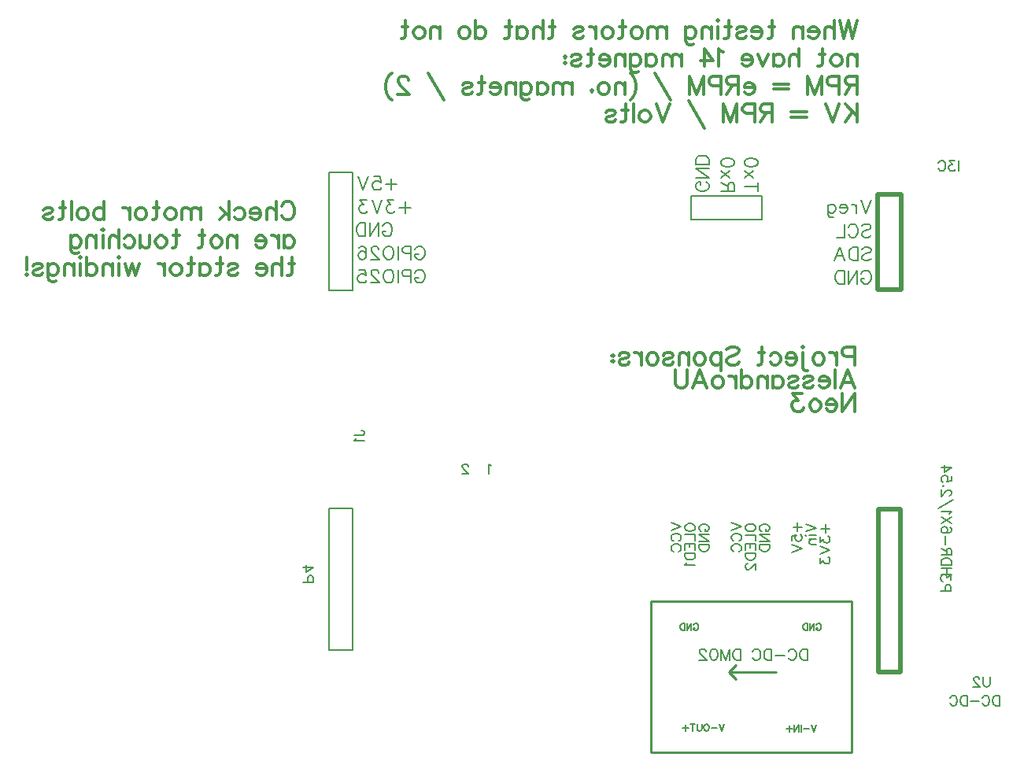
<source format=gbo>
G04 Layer: BottomSilkLayer*
G04 EasyEDA v6.1.48, Wed, 22 May 2019 01:04:44 GMT*
G04 0b5e94fe1834435c81e6262c9c592282,60a67b2131f5436da047494d80ae1115,10*
G04 Gerber Generator version 0.2*
G04 Scale: 100 percent, Rotated: No, Reflected: No *
G04 Dimensions in millimeters *
G04 leading zeros omitted , absolute positions ,3 integer and 3 decimal *
%FSLAX33Y33*%
%MOMM*%
G90*
G71D02*

%ADD10C,0.254000*%
%ADD11C,0.499999*%
%ADD23C,0.203200*%
%ADD24C,0.202999*%
%ADD25C,0.299999*%
%ADD27C,0.152400*%
%ADD28C,0.150114*%
%ADD29C,0.150012*%

%LPD*%
G54D23*
G01X39270Y28785D02*
G01X39270Y26880D01*
G01X36730Y26880D01*
G01X36730Y42120D01*
G01X39270Y42120D01*
G54D24*
G01X39270Y42120D02*
G01X39270Y28785D01*
G54D28*
G01X36730Y78310D02*
G01X36730Y65610D01*
G01X39270Y65610D01*
G01X39270Y78310D01*
G01X36730Y78310D01*
G54D23*
G01X77594Y73190D02*
G01X75689Y73190D01*
G01X75689Y75730D01*
G01X83309Y75730D01*
G01X83309Y73190D01*
G54D24*
G01X83309Y73190D02*
G01X77594Y73190D01*
G54D10*
G01X92937Y32120D02*
G01X71347Y32120D01*
G01X71347Y15864D01*
G01X92937Y15864D01*
G01X92937Y32120D01*
G01X84809Y24500D02*
G01X79729Y24500D01*
G01X80491Y23738D01*
G01X79729Y24500D02*
G01X80491Y25262D01*
G54D11*
G01X95800Y41999D02*
G01X95800Y24499D01*
G01X98200Y24499D01*
G01X98200Y41999D01*
G01X95800Y41999D01*
G01X98200Y75900D02*
G01X95700Y75900D01*
G01X95700Y65699D01*
G01X98300Y65699D01*
G01X98300Y75900D01*
G54D27*
G01X34999Y34172D02*
G01X33907Y34172D01*
G01X34999Y34172D02*
G01X34999Y34639D01*
G01X34946Y34794D01*
G01X34895Y34847D01*
G01X34791Y34898D01*
G01X34634Y34898D01*
G01X34530Y34847D01*
G01X34479Y34794D01*
G01X34428Y34639D01*
G01X34428Y34172D01*
G01X34999Y35762D02*
G01X34270Y35241D01*
G01X34270Y36021D01*
G01X34999Y35762D02*
G01X33907Y35762D01*
G01X39408Y49982D02*
G01X40238Y49982D01*
G01X40396Y50032D01*
G01X40446Y50086D01*
G01X40500Y50190D01*
G01X40500Y50294D01*
G01X40446Y50396D01*
G01X40396Y50449D01*
G01X40238Y50500D01*
G01X40137Y50500D01*
G01X39616Y49639D02*
G01X39565Y49535D01*
G01X39408Y49380D01*
G01X40500Y49380D01*
G01X104442Y79511D02*
G01X104442Y78419D01*
G01X103995Y79511D02*
G01X103423Y79511D01*
G01X103736Y79095D01*
G01X103578Y79095D01*
G01X103474Y79041D01*
G01X103423Y78990D01*
G01X103372Y78836D01*
G01X103372Y78731D01*
G01X103423Y78574D01*
G01X103527Y78470D01*
G01X103682Y78419D01*
G01X103840Y78419D01*
G01X103995Y78470D01*
G01X104046Y78523D01*
G01X104099Y78627D01*
G01X102250Y79250D02*
G01X102301Y79354D01*
G01X102405Y79458D01*
G01X102509Y79511D01*
G01X102717Y79511D01*
G01X102821Y79458D01*
G01X102925Y79354D01*
G01X102976Y79250D01*
G01X103030Y79095D01*
G01X103030Y78836D01*
G01X102976Y78678D01*
G01X102925Y78574D01*
G01X102821Y78470D01*
G01X102717Y78419D01*
G01X102509Y78419D01*
G01X102405Y78470D01*
G01X102301Y78574D01*
G01X102250Y78678D01*
G54D29*
G01X51650Y46649D02*
G01X51650Y46699D01*
G01X51600Y46799D01*
G01X51550Y46849D01*
G01X51450Y46899D01*
G01X51250Y46899D01*
G01X51150Y46849D01*
G01X51100Y46799D01*
G01X51050Y46699D01*
G01X51050Y46599D01*
G01X51100Y46499D01*
G01X51200Y46349D01*
G01X51700Y45849D01*
G01X51000Y45849D01*
G01X54149Y46700D02*
G01X54049Y46750D01*
G01X53899Y46900D01*
G01X53899Y45850D01*
G54D27*
G01X76760Y39643D02*
G01X76655Y39694D01*
G01X76551Y39798D01*
G01X76498Y39902D01*
G01X76498Y40111D01*
G01X76551Y40215D01*
G01X76655Y40319D01*
G01X76760Y40370D01*
G01X76915Y40423D01*
G01X77174Y40423D01*
G01X77331Y40370D01*
G01X77435Y40319D01*
G01X77539Y40215D01*
G01X77590Y40111D01*
G01X77590Y39902D01*
G01X77539Y39798D01*
G01X77435Y39694D01*
G01X77331Y39643D01*
G01X77174Y39643D01*
G01X77174Y39902D02*
G01X77174Y39643D01*
G01X76498Y39300D02*
G01X77590Y39300D01*
G01X76498Y39300D02*
G01X77590Y38571D01*
G01X76498Y38571D02*
G01X77590Y38571D01*
G01X76498Y38229D02*
G01X77590Y38229D01*
G01X76498Y38229D02*
G01X76498Y37865D01*
G01X76551Y37710D01*
G01X76655Y37606D01*
G01X76760Y37553D01*
G01X76915Y37502D01*
G01X77174Y37502D01*
G01X77331Y37553D01*
G01X77435Y37606D01*
G01X77539Y37710D01*
G01X77590Y37865D01*
G01X77590Y38229D01*
G01X73498Y40578D02*
G01X74587Y40161D01*
G01X73498Y39745D02*
G01X74587Y40161D01*
G01X73757Y38622D02*
G01X73653Y38675D01*
G01X73549Y38780D01*
G01X73498Y38884D01*
G01X73498Y39092D01*
G01X73549Y39194D01*
G01X73653Y39298D01*
G01X73757Y39351D01*
G01X73914Y39402D01*
G01X74173Y39402D01*
G01X74328Y39351D01*
G01X74433Y39298D01*
G01X74537Y39194D01*
G01X74587Y39092D01*
G01X74587Y38884D01*
G01X74537Y38780D01*
G01X74433Y38675D01*
G01X74328Y38622D01*
G01X73757Y37502D02*
G01X73653Y37553D01*
G01X73549Y37657D01*
G01X73498Y37761D01*
G01X73498Y37969D01*
G01X73549Y38073D01*
G01X73653Y38178D01*
G01X73757Y38228D01*
G01X73914Y38279D01*
G01X74173Y38279D01*
G01X74328Y38228D01*
G01X74433Y38178D01*
G01X74537Y38073D01*
G01X74587Y37969D01*
G01X74587Y37761D01*
G01X74537Y37657D01*
G01X74433Y37553D01*
G01X74328Y37502D01*
G01X83259Y39643D02*
G01X83155Y39694D01*
G01X83051Y39798D01*
G01X82997Y39902D01*
G01X82997Y40111D01*
G01X83051Y40215D01*
G01X83155Y40319D01*
G01X83259Y40370D01*
G01X83414Y40423D01*
G01X83673Y40423D01*
G01X83830Y40370D01*
G01X83934Y40319D01*
G01X84039Y40215D01*
G01X84089Y40111D01*
G01X84089Y39902D01*
G01X84039Y39798D01*
G01X83934Y39694D01*
G01X83830Y39643D01*
G01X83673Y39643D01*
G01X83673Y39902D02*
G01X83673Y39643D01*
G01X82997Y39300D02*
G01X84089Y39300D01*
G01X82997Y39300D02*
G01X84089Y38571D01*
G01X82997Y38571D02*
G01X84089Y38571D01*
G01X82997Y38229D02*
G01X84089Y38229D01*
G01X82997Y38229D02*
G01X82997Y37865D01*
G01X83051Y37710D01*
G01X83155Y37606D01*
G01X83259Y37553D01*
G01X83414Y37502D01*
G01X83673Y37502D01*
G01X83830Y37553D01*
G01X83934Y37606D01*
G01X84039Y37710D01*
G01X84089Y37865D01*
G01X84089Y38229D01*
G01X79998Y40578D02*
G01X81088Y40161D01*
G01X79998Y39745D02*
G01X81088Y40161D01*
G01X80257Y38622D02*
G01X80153Y38675D01*
G01X80049Y38780D01*
G01X79998Y38884D01*
G01X79998Y39092D01*
G01X80049Y39194D01*
G01X80153Y39298D01*
G01X80257Y39351D01*
G01X80415Y39402D01*
G01X80674Y39402D01*
G01X80829Y39351D01*
G01X80933Y39298D01*
G01X81037Y39194D01*
G01X81088Y39092D01*
G01X81088Y38884D01*
G01X81037Y38780D01*
G01X80933Y38675D01*
G01X80829Y38622D01*
G01X80257Y37502D02*
G01X80153Y37553D01*
G01X80049Y37657D01*
G01X79998Y37761D01*
G01X79998Y37969D01*
G01X80049Y38073D01*
G01X80153Y38178D01*
G01X80257Y38228D01*
G01X80415Y38279D01*
G01X80674Y38279D01*
G01X80829Y38228D01*
G01X80933Y38178D01*
G01X81037Y38073D01*
G01X81088Y37969D01*
G01X81088Y37761D01*
G01X81037Y37657D01*
G01X80933Y37553D01*
G01X80829Y37502D01*
G01X74998Y40178D02*
G01X75051Y40282D01*
G01X75156Y40386D01*
G01X75257Y40440D01*
G01X75415Y40491D01*
G01X75674Y40491D01*
G01X75829Y40440D01*
G01X75933Y40386D01*
G01X76037Y40282D01*
G01X76090Y40178D01*
G01X76090Y39970D01*
G01X76037Y39868D01*
G01X75933Y39764D01*
G01X75829Y39711D01*
G01X75674Y39660D01*
G01X75415Y39660D01*
G01X75257Y39711D01*
G01X75156Y39764D01*
G01X75051Y39868D01*
G01X74998Y39970D01*
G01X74998Y40178D01*
G01X74998Y39317D02*
G01X76090Y39317D01*
G01X76090Y39317D02*
G01X76090Y38692D01*
G01X74998Y38349D02*
G01X76090Y38349D01*
G01X74998Y38349D02*
G01X74998Y37674D01*
G01X75519Y38349D02*
G01X75519Y37935D01*
G01X76090Y38349D02*
G01X76090Y37674D01*
G01X74998Y37331D02*
G01X76090Y37331D01*
G01X74998Y37331D02*
G01X74998Y36968D01*
G01X75051Y36813D01*
G01X75156Y36709D01*
G01X75257Y36655D01*
G01X75415Y36604D01*
G01X75674Y36604D01*
G01X75829Y36655D01*
G01X75933Y36709D01*
G01X76037Y36813D01*
G01X76090Y36968D01*
G01X76090Y37331D01*
G01X75206Y36261D02*
G01X75156Y36157D01*
G01X74998Y36002D01*
G01X76090Y36002D01*
G01X81497Y40146D02*
G01X81551Y40250D01*
G01X81655Y40354D01*
G01X81756Y40407D01*
G01X81914Y40458D01*
G01X82173Y40458D01*
G01X82328Y40407D01*
G01X82432Y40354D01*
G01X82536Y40250D01*
G01X82589Y40146D01*
G01X82589Y39937D01*
G01X82536Y39836D01*
G01X82432Y39732D01*
G01X82328Y39678D01*
G01X82173Y39627D01*
G01X81914Y39627D01*
G01X81756Y39678D01*
G01X81655Y39732D01*
G01X81551Y39836D01*
G01X81497Y39937D01*
G01X81497Y40146D01*
G01X81497Y39284D02*
G01X82589Y39284D01*
G01X82589Y39284D02*
G01X82589Y38660D01*
G01X81497Y38317D02*
G01X82589Y38317D01*
G01X81497Y38317D02*
G01X81497Y37641D01*
G01X82018Y38317D02*
G01X82018Y37903D01*
G01X82589Y38317D02*
G01X82589Y37641D01*
G01X81497Y37298D02*
G01X82589Y37298D01*
G01X81497Y37298D02*
G01X81497Y36935D01*
G01X81551Y36780D01*
G01X81655Y36676D01*
G01X81756Y36623D01*
G01X81914Y36572D01*
G01X82173Y36572D01*
G01X82328Y36623D01*
G01X82432Y36676D01*
G01X82536Y36780D01*
G01X82589Y36935D01*
G01X82589Y37298D01*
G01X81756Y36178D02*
G01X81705Y36178D01*
G01X81601Y36125D01*
G01X81551Y36074D01*
G01X81497Y35970D01*
G01X81497Y35761D01*
G01X81551Y35657D01*
G01X81601Y35607D01*
G01X81705Y35553D01*
G01X81810Y35553D01*
G01X81914Y35607D01*
G01X82069Y35708D01*
G01X82589Y36229D01*
G01X82589Y35502D01*
G01X89654Y39954D02*
G01X90590Y39954D01*
G01X90122Y40422D02*
G01X90122Y39486D01*
G01X89499Y39040D02*
G01X89499Y38468D01*
G01X89914Y38780D01*
G01X89914Y38624D01*
G01X89966Y38520D01*
G01X90018Y38468D01*
G01X90174Y38416D01*
G01X90278Y38416D01*
G01X90434Y38468D01*
G01X90538Y38572D01*
G01X90590Y38728D01*
G01X90590Y38884D01*
G01X90538Y39040D01*
G01X90486Y39092D01*
G01X90382Y39144D01*
G01X89499Y38073D02*
G01X90590Y37658D01*
G01X89499Y37242D02*
G01X90590Y37658D01*
G01X89499Y36795D02*
G01X89499Y36224D01*
G01X89914Y36535D01*
G01X89914Y36380D01*
G01X89966Y36276D01*
G01X90018Y36224D01*
G01X90174Y36172D01*
G01X90278Y36172D01*
G01X90434Y36224D01*
G01X90538Y36328D01*
G01X90590Y36484D01*
G01X90590Y36639D01*
G01X90538Y36795D01*
G01X90486Y36847D01*
G01X90382Y36899D01*
G01X86654Y40109D02*
G01X87589Y40109D01*
G01X87122Y40576D02*
G01X87122Y39641D01*
G01X86498Y38675D02*
G01X86498Y39194D01*
G01X86966Y39246D01*
G01X86914Y39194D01*
G01X86862Y39039D01*
G01X86862Y38883D01*
G01X86914Y38727D01*
G01X87018Y38623D01*
G01X87174Y38571D01*
G01X87277Y38571D01*
G01X87433Y38623D01*
G01X87537Y38727D01*
G01X87589Y38883D01*
G01X87589Y39039D01*
G01X87537Y39194D01*
G01X87485Y39246D01*
G01X87381Y39298D01*
G01X86498Y38228D02*
G01X87589Y37812D01*
G01X86498Y37397D02*
G01X87589Y37812D01*
G01X87998Y40458D02*
G01X89089Y40042D01*
G01X87998Y39626D02*
G01X89089Y40042D01*
G01X87998Y39283D02*
G01X88050Y39231D01*
G01X87998Y39180D01*
G01X87946Y39231D01*
G01X87998Y39283D01*
G01X88362Y39231D02*
G01X89089Y39231D01*
G01X88362Y38837D02*
G01X89089Y38837D01*
G01X88569Y38837D02*
G01X88413Y38681D01*
G01X88362Y38577D01*
G01X88362Y38421D01*
G01X88413Y38317D01*
G01X88569Y38265D01*
G01X89089Y38265D01*
G01X107797Y23999D02*
G01X107797Y23222D01*
G01X107747Y23065D01*
G01X107643Y22961D01*
G01X107485Y22910D01*
G01X107381Y22910D01*
G01X107226Y22961D01*
G01X107122Y23065D01*
G01X107071Y23222D01*
G01X107071Y23999D01*
G01X106675Y23740D02*
G01X106675Y23794D01*
G01X106624Y23898D01*
G01X106571Y23949D01*
G01X106466Y23999D01*
G01X106261Y23999D01*
G01X106157Y23949D01*
G01X106103Y23898D01*
G01X106052Y23794D01*
G01X106052Y23690D01*
G01X106103Y23585D01*
G01X106207Y23428D01*
G01X106728Y22910D01*
G01X105999Y22910D01*
G01X108819Y21999D02*
G01X108819Y20908D01*
G01X108819Y21999D02*
G01X108456Y21999D01*
G01X108300Y21947D01*
G01X108196Y21843D01*
G01X108144Y21739D01*
G01X108092Y21584D01*
G01X108092Y21324D01*
G01X108144Y21168D01*
G01X108196Y21064D01*
G01X108300Y20960D01*
G01X108456Y20908D01*
G01X108819Y20908D01*
G01X106970Y21739D02*
G01X107022Y21843D01*
G01X107126Y21947D01*
G01X107229Y21999D01*
G01X107437Y21999D01*
G01X107541Y21947D01*
G01X107645Y21843D01*
G01X107697Y21739D01*
G01X107749Y21584D01*
G01X107749Y21324D01*
G01X107697Y21168D01*
G01X107645Y21064D01*
G01X107541Y20960D01*
G01X107437Y20908D01*
G01X107229Y20908D01*
G01X107126Y20960D01*
G01X107022Y21064D01*
G01X106970Y21168D01*
G01X106627Y21376D02*
G01X105692Y21376D01*
G01X105349Y21999D02*
G01X105349Y20908D01*
G01X105349Y21999D02*
G01X104985Y21999D01*
G01X104829Y21947D01*
G01X104725Y21843D01*
G01X104673Y21739D01*
G01X104621Y21584D01*
G01X104621Y21324D01*
G01X104673Y21168D01*
G01X104725Y21064D01*
G01X104829Y20960D01*
G01X104985Y20908D01*
G01X105349Y20908D01*
G01X103499Y21739D02*
G01X103551Y21843D01*
G01X103655Y21947D01*
G01X103759Y21999D01*
G01X103967Y21999D01*
G01X104071Y21947D01*
G01X104175Y21843D01*
G01X104226Y21739D01*
G01X104278Y21584D01*
G01X104278Y21324D01*
G01X104226Y21168D01*
G01X104175Y21064D01*
G01X104071Y20960D01*
G01X103967Y20908D01*
G01X103759Y20908D01*
G01X103655Y20960D01*
G01X103551Y21064D01*
G01X103499Y21168D01*
G54D23*
G01X89127Y18820D02*
G01X88851Y18091D01*
G01X88574Y18820D02*
G01X88851Y18091D01*
G01X88345Y18404D02*
G01X87720Y18404D01*
G01X87492Y18820D02*
G01X87492Y18091D01*
G01X87263Y18820D02*
G01X87263Y18091D01*
G01X87263Y18820D02*
G01X86778Y18091D01*
G01X86778Y18820D02*
G01X86778Y18091D01*
G01X86240Y18716D02*
G01X86240Y18091D01*
G01X86549Y18404D02*
G01X85927Y18404D01*
G01X89115Y29567D02*
G01X89150Y29638D01*
G01X89219Y29707D01*
G01X89290Y29742D01*
G01X89427Y29742D01*
G01X89496Y29707D01*
G01X89567Y29638D01*
G01X89600Y29567D01*
G01X89635Y29465D01*
G01X89635Y29290D01*
G01X89600Y29186D01*
G01X89567Y29117D01*
G01X89496Y29049D01*
G01X89427Y29013D01*
G01X89290Y29013D01*
G01X89219Y29049D01*
G01X89150Y29117D01*
G01X89115Y29186D01*
G01X89115Y29290D01*
G01X89290Y29290D02*
G01X89115Y29290D01*
G01X88886Y29742D02*
G01X88886Y29013D01*
G01X88886Y29742D02*
G01X88404Y29013D01*
G01X88404Y29742D02*
G01X88404Y29013D01*
G01X88175Y29742D02*
G01X88175Y29013D01*
G01X88175Y29742D02*
G01X87931Y29742D01*
G01X87827Y29707D01*
G01X87758Y29638D01*
G01X87723Y29567D01*
G01X87690Y29465D01*
G01X87690Y29290D01*
G01X87723Y29186D01*
G01X87758Y29117D01*
G01X87827Y29049D01*
G01X87931Y29013D01*
G01X88175Y29013D01*
G01X75907Y29567D02*
G01X75942Y29638D01*
G01X76011Y29707D01*
G01X76082Y29742D01*
G01X76219Y29742D01*
G01X76288Y29707D01*
G01X76359Y29638D01*
G01X76392Y29567D01*
G01X76427Y29465D01*
G01X76427Y29290D01*
G01X76392Y29186D01*
G01X76359Y29117D01*
G01X76288Y29049D01*
G01X76219Y29013D01*
G01X76082Y29013D01*
G01X76011Y29049D01*
G01X75942Y29117D01*
G01X75907Y29186D01*
G01X75907Y29290D01*
G01X76082Y29290D02*
G01X75907Y29290D01*
G01X75678Y29742D02*
G01X75678Y29013D01*
G01X75678Y29742D02*
G01X75196Y29013D01*
G01X75196Y29742D02*
G01X75196Y29013D01*
G01X74967Y29742D02*
G01X74967Y29013D01*
G01X74967Y29742D02*
G01X74723Y29742D01*
G01X74619Y29707D01*
G01X74550Y29638D01*
G01X74515Y29567D01*
G01X74482Y29465D01*
G01X74482Y29290D01*
G01X74515Y29186D01*
G01X74550Y29117D01*
G01X74619Y29049D01*
G01X74723Y29013D01*
G01X74967Y29013D01*
G01X79221Y18912D02*
G01X78945Y18183D01*
G01X78668Y18912D02*
G01X78945Y18183D01*
G01X78439Y18495D02*
G01X77814Y18495D01*
G01X77380Y18912D02*
G01X77449Y18876D01*
G01X77517Y18807D01*
G01X77553Y18736D01*
G01X77586Y18635D01*
G01X77586Y18459D01*
G01X77553Y18355D01*
G01X77517Y18287D01*
G01X77449Y18218D01*
G01X77380Y18183D01*
G01X77240Y18183D01*
G01X77172Y18218D01*
G01X77101Y18287D01*
G01X77068Y18355D01*
G01X77032Y18459D01*
G01X77032Y18635D01*
G01X77068Y18736D01*
G01X77101Y18807D01*
G01X77172Y18876D01*
G01X77240Y18912D01*
G01X77380Y18912D01*
G01X76803Y18912D02*
G01X76803Y18391D01*
G01X76770Y18287D01*
G01X76699Y18218D01*
G01X76595Y18183D01*
G01X76527Y18183D01*
G01X76422Y18218D01*
G01X76354Y18287D01*
G01X76318Y18391D01*
G01X76318Y18912D01*
G01X75848Y18912D02*
G01X75848Y18183D01*
G01X76090Y18912D02*
G01X75605Y18912D01*
G01X75066Y18807D02*
G01X75066Y18183D01*
G01X75376Y18495D02*
G01X74754Y18495D01*
G01X88170Y26999D02*
G01X88170Y25785D01*
G01X88170Y26999D02*
G01X87767Y26999D01*
G01X87594Y26941D01*
G01X87477Y26826D01*
G01X87421Y26709D01*
G01X87363Y26537D01*
G01X87363Y26247D01*
G01X87421Y26074D01*
G01X87477Y25960D01*
G01X87594Y25843D01*
G01X87767Y25785D01*
G01X88170Y25785D01*
G01X86116Y26709D02*
G01X86174Y26826D01*
G01X86288Y26941D01*
G01X86405Y26999D01*
G01X86634Y26999D01*
G01X86751Y26941D01*
G01X86865Y26826D01*
G01X86923Y26709D01*
G01X86982Y26537D01*
G01X86982Y26247D01*
G01X86923Y26074D01*
G01X86865Y25960D01*
G01X86751Y25843D01*
G01X86634Y25785D01*
G01X86405Y25785D01*
G01X86288Y25843D01*
G01X86174Y25960D01*
G01X86116Y26074D01*
G01X85735Y26306D02*
G01X84696Y26306D01*
G01X84315Y26999D02*
G01X84315Y25785D01*
G01X84315Y26999D02*
G01X83911Y26999D01*
G01X83738Y26941D01*
G01X83621Y26826D01*
G01X83563Y26709D01*
G01X83507Y26537D01*
G01X83507Y26247D01*
G01X83563Y26074D01*
G01X83621Y25960D01*
G01X83738Y25843D01*
G01X83911Y25785D01*
G01X84315Y25785D01*
G01X82260Y26709D02*
G01X82316Y26826D01*
G01X82433Y26941D01*
G01X82547Y26999D01*
G01X82778Y26999D01*
G01X82895Y26941D01*
G01X83009Y26826D01*
G01X83068Y26709D01*
G01X83126Y26537D01*
G01X83126Y26247D01*
G01X83068Y26074D01*
G01X83009Y25960D01*
G01X82895Y25843D01*
G01X82778Y25785D01*
G01X82547Y25785D01*
G01X82433Y25843D01*
G01X82316Y25960D01*
G01X82260Y26074D01*
G01X80990Y26999D02*
G01X80990Y25785D01*
G01X80990Y26999D02*
G01X80586Y26999D01*
G01X80411Y26941D01*
G01X80296Y26826D01*
G01X80238Y26709D01*
G01X80182Y26537D01*
G01X80182Y26247D01*
G01X80238Y26074D01*
G01X80296Y25960D01*
G01X80411Y25843D01*
G01X80586Y25785D01*
G01X80990Y25785D01*
G01X79801Y26999D02*
G01X79801Y25785D01*
G01X79801Y26999D02*
G01X79339Y25785D01*
G01X78877Y26999D02*
G01X79339Y25785D01*
G01X78877Y26999D02*
G01X78877Y25785D01*
G01X78150Y26999D02*
G01X78323Y26941D01*
G01X78437Y26768D01*
G01X78496Y26478D01*
G01X78496Y26306D01*
G01X78437Y26016D01*
G01X78323Y25843D01*
G01X78150Y25785D01*
G01X78033Y25785D01*
G01X77861Y25843D01*
G01X77744Y26016D01*
G01X77688Y26306D01*
G01X77688Y26478D01*
G01X77744Y26768D01*
G01X77861Y26941D01*
G01X78033Y26999D01*
G01X78150Y26999D01*
G01X77248Y26709D02*
G01X77248Y26768D01*
G01X77190Y26882D01*
G01X77134Y26941D01*
G01X77017Y26999D01*
G01X76786Y26999D01*
G01X76672Y26941D01*
G01X76613Y26882D01*
G01X76555Y26768D01*
G01X76555Y26651D01*
G01X76613Y26537D01*
G01X76728Y26364D01*
G01X77307Y25785D01*
G01X76499Y25785D01*
G01X94045Y70013D02*
G01X94181Y70149D01*
G01X94386Y70218D01*
G01X94659Y70218D01*
G01X94863Y70149D01*
G01X95000Y70013D01*
G01X95000Y69877D01*
G01X94931Y69740D01*
G01X94863Y69672D01*
G01X94727Y69604D01*
G01X94318Y69468D01*
G01X94181Y69399D01*
G01X94113Y69331D01*
G01X94045Y69195D01*
G01X94045Y68990D01*
G01X94181Y68854D01*
G01X94386Y68786D01*
G01X94659Y68786D01*
G01X94863Y68854D01*
G01X95000Y68990D01*
G01X93595Y70218D02*
G01X93595Y68786D01*
G01X93595Y70218D02*
G01X93118Y70218D01*
G01X92913Y70149D01*
G01X92777Y70013D01*
G01X92709Y69877D01*
G01X92640Y69672D01*
G01X92640Y69331D01*
G01X92709Y69127D01*
G01X92777Y68990D01*
G01X92913Y68854D01*
G01X93118Y68786D01*
G01X93595Y68786D01*
G01X91645Y70218D02*
G01X92190Y68786D01*
G01X91645Y70218D02*
G01X91100Y68786D01*
G01X91986Y69263D02*
G01X91304Y69263D01*
G01X93977Y67377D02*
G01X94045Y67513D01*
G01X94181Y67649D01*
G01X94318Y67718D01*
G01X94590Y67718D01*
G01X94727Y67649D01*
G01X94863Y67513D01*
G01X94931Y67377D01*
G01X95000Y67172D01*
G01X95000Y66831D01*
G01X94931Y66627D01*
G01X94863Y66490D01*
G01X94727Y66354D01*
G01X94590Y66286D01*
G01X94318Y66286D01*
G01X94181Y66354D01*
G01X94045Y66490D01*
G01X93977Y66627D01*
G01X93977Y66831D01*
G01X94318Y66831D02*
G01X93977Y66831D01*
G01X93527Y67718D02*
G01X93527Y66286D01*
G01X93527Y67718D02*
G01X92572Y66286D01*
G01X92572Y67718D02*
G01X92572Y66286D01*
G01X92122Y67718D02*
G01X92122Y66286D01*
G01X92122Y67718D02*
G01X91645Y67718D01*
G01X91440Y67649D01*
G01X91304Y67513D01*
G01X91236Y67377D01*
G01X91168Y67172D01*
G01X91168Y66831D01*
G01X91236Y66627D01*
G01X91304Y66490D01*
G01X91440Y66354D01*
G01X91645Y66286D01*
G01X92122Y66286D01*
G01X94044Y72513D02*
G01X94181Y72650D01*
G01X94385Y72719D01*
G01X94659Y72719D01*
G01X94862Y72650D01*
G01X94999Y72513D01*
G01X94999Y72376D01*
G01X94931Y72241D01*
G01X94862Y72173D01*
G01X94728Y72104D01*
G01X94319Y71967D01*
G01X94181Y71898D01*
G01X94113Y71832D01*
G01X94044Y71695D01*
G01X94044Y71489D01*
G01X94181Y71355D01*
G01X94385Y71286D01*
G01X94659Y71286D01*
G01X94862Y71355D01*
G01X94999Y71489D01*
G01X92571Y72376D02*
G01X92640Y72513D01*
G01X92777Y72650D01*
G01X92914Y72719D01*
G01X93186Y72719D01*
G01X93323Y72650D01*
G01X93458Y72513D01*
G01X93526Y72376D01*
G01X93595Y72173D01*
G01X93595Y71832D01*
G01X93526Y71626D01*
G01X93458Y71489D01*
G01X93323Y71355D01*
G01X93186Y71286D01*
G01X92914Y71286D01*
G01X92777Y71355D01*
G01X92640Y71489D01*
G01X92571Y71626D01*
G01X92122Y72719D02*
G01X92122Y71286D01*
G01X92122Y71286D02*
G01X91304Y71286D01*
G54D25*
G01X92485Y57000D02*
G01X93224Y55060D01*
G01X92485Y57000D02*
G01X91746Y55060D01*
G01X92947Y55707D02*
G01X92023Y55707D01*
G01X91136Y57000D02*
G01X91136Y55060D01*
G01X90527Y55799D02*
G01X89418Y55799D01*
G01X89418Y55984D01*
G01X89511Y56168D01*
G01X89603Y56261D01*
G01X89788Y56353D01*
G01X90065Y56353D01*
G01X90250Y56261D01*
G01X90434Y56076D01*
G01X90527Y55799D01*
G01X90527Y55614D01*
G01X90434Y55337D01*
G01X90250Y55152D01*
G01X90065Y55060D01*
G01X89788Y55060D01*
G01X89603Y55152D01*
G01X89418Y55337D01*
G01X87793Y56076D02*
G01X87885Y56261D01*
G01X88162Y56353D01*
G01X88439Y56353D01*
G01X88716Y56261D01*
G01X88809Y56076D01*
G01X88716Y55891D01*
G01X88532Y55799D01*
G01X88070Y55707D01*
G01X87885Y55614D01*
G01X87793Y55429D01*
G01X87793Y55337D01*
G01X87885Y55152D01*
G01X88162Y55060D01*
G01X88439Y55060D01*
G01X88716Y55152D01*
G01X88809Y55337D01*
G01X86167Y56076D02*
G01X86260Y56261D01*
G01X86537Y56353D01*
G01X86814Y56353D01*
G01X87091Y56261D01*
G01X87183Y56076D01*
G01X87091Y55891D01*
G01X86906Y55799D01*
G01X86444Y55707D01*
G01X86260Y55614D01*
G01X86167Y55429D01*
G01X86167Y55337D01*
G01X86260Y55152D01*
G01X86537Y55060D01*
G01X86814Y55060D01*
G01X87091Y55152D01*
G01X87183Y55337D01*
G01X84449Y56353D02*
G01X84449Y55060D01*
G01X84449Y56076D02*
G01X84634Y56261D01*
G01X84819Y56353D01*
G01X85096Y56353D01*
G01X85280Y56261D01*
G01X85465Y56076D01*
G01X85558Y55799D01*
G01X85558Y55614D01*
G01X85465Y55337D01*
G01X85280Y55152D01*
G01X85096Y55060D01*
G01X84819Y55060D01*
G01X84634Y55152D01*
G01X84449Y55337D01*
G01X83840Y56353D02*
G01X83840Y55060D01*
G01X83840Y55984D02*
G01X83563Y56261D01*
G01X83378Y56353D01*
G01X83101Y56353D01*
G01X82916Y56261D01*
G01X82824Y55984D01*
G01X82824Y55060D01*
G01X81106Y57000D02*
G01X81106Y55060D01*
G01X81106Y56076D02*
G01X81290Y56261D01*
G01X81475Y56353D01*
G01X81752Y56353D01*
G01X81937Y56261D01*
G01X82122Y56076D01*
G01X82214Y55799D01*
G01X82214Y55614D01*
G01X82122Y55337D01*
G01X81937Y55152D01*
G01X81752Y55060D01*
G01X81475Y55060D01*
G01X81290Y55152D01*
G01X81106Y55337D01*
G01X80496Y56353D02*
G01X80496Y55060D01*
G01X80496Y55799D02*
G01X80404Y56076D01*
G01X80219Y56261D01*
G01X80034Y56353D01*
G01X79757Y56353D01*
G01X78686Y56353D02*
G01X78870Y56261D01*
G01X79055Y56076D01*
G01X79148Y55799D01*
G01X79148Y55614D01*
G01X79055Y55337D01*
G01X78870Y55152D01*
G01X78686Y55060D01*
G01X78409Y55060D01*
G01X78224Y55152D01*
G01X78039Y55337D01*
G01X77947Y55614D01*
G01X77947Y55799D01*
G01X78039Y56076D01*
G01X78224Y56261D01*
G01X78409Y56353D01*
G01X78686Y56353D01*
G01X76598Y57000D02*
G01X77337Y55060D01*
G01X76598Y57000D02*
G01X75859Y55060D01*
G01X77060Y55707D02*
G01X76136Y55707D01*
G01X75250Y57000D02*
G01X75250Y55614D01*
G01X75157Y55337D01*
G01X74973Y55152D01*
G01X74696Y55060D01*
G01X74511Y55060D01*
G01X74234Y55152D01*
G01X74049Y55337D01*
G01X73957Y55614D01*
G01X73957Y57000D01*
G01X93224Y54500D02*
G01X93224Y52560D01*
G01X93224Y54500D02*
G01X91931Y52560D01*
G01X91931Y54500D02*
G01X91931Y52560D01*
G01X91321Y53299D02*
G01X90213Y53299D01*
G01X90213Y53484D01*
G01X90305Y53668D01*
G01X90397Y53761D01*
G01X90582Y53853D01*
G01X90859Y53853D01*
G01X91044Y53761D01*
G01X91229Y53576D01*
G01X91321Y53299D01*
G01X91321Y53114D01*
G01X91229Y52837D01*
G01X91044Y52652D01*
G01X90859Y52560D01*
G01X90582Y52560D01*
G01X90397Y52652D01*
G01X90213Y52837D01*
G01X89141Y53853D02*
G01X89326Y53761D01*
G01X89511Y53576D01*
G01X89603Y53299D01*
G01X89603Y53114D01*
G01X89511Y52837D01*
G01X89326Y52652D01*
G01X89141Y52560D01*
G01X88864Y52560D01*
G01X88679Y52652D01*
G01X88495Y52837D01*
G01X88402Y53114D01*
G01X88402Y53299D01*
G01X88495Y53576D01*
G01X88679Y53761D01*
G01X88864Y53853D01*
G01X89141Y53853D01*
G01X87608Y54500D02*
G01X86592Y54500D01*
G01X87146Y53761D01*
G01X86869Y53761D01*
G01X86684Y53668D01*
G01X86592Y53576D01*
G01X86500Y53299D01*
G01X86500Y53114D01*
G01X86592Y52837D01*
G01X86777Y52652D01*
G01X87054Y52560D01*
G01X87331Y52560D01*
G01X87608Y52652D01*
G01X87700Y52745D01*
G01X87793Y52929D01*
G01X93224Y59500D02*
G01X93224Y57560D01*
G01X93224Y59500D02*
G01X92392Y59500D01*
G01X92115Y59407D01*
G01X92023Y59315D01*
G01X91931Y59130D01*
G01X91931Y58853D01*
G01X92023Y58668D01*
G01X92115Y58576D01*
G01X92392Y58484D01*
G01X93224Y58484D01*
G01X91321Y58853D02*
G01X91321Y57560D01*
G01X91321Y58299D02*
G01X91229Y58576D01*
G01X91044Y58761D01*
G01X90859Y58853D01*
G01X90582Y58853D01*
G01X89511Y58853D02*
G01X89695Y58761D01*
G01X89880Y58576D01*
G01X89973Y58299D01*
G01X89973Y58114D01*
G01X89880Y57837D01*
G01X89695Y57652D01*
G01X89511Y57560D01*
G01X89234Y57560D01*
G01X89049Y57652D01*
G01X88864Y57837D01*
G01X88772Y58114D01*
G01X88772Y58299D01*
G01X88864Y58576D01*
G01X89049Y58761D01*
G01X89234Y58853D01*
G01X89511Y58853D01*
G01X87793Y59500D02*
G01X87700Y59407D01*
G01X87608Y59500D01*
G01X87700Y59592D01*
G01X87793Y59500D01*
G01X87700Y58853D02*
G01X87700Y57283D01*
G01X87793Y57006D01*
G01X87978Y56913D01*
G01X88162Y56913D01*
G01X86998Y58299D02*
G01X85890Y58299D01*
G01X85890Y58484D01*
G01X85982Y58668D01*
G01X86075Y58761D01*
G01X86260Y58853D01*
G01X86537Y58853D01*
G01X86721Y58761D01*
G01X86906Y58576D01*
G01X86998Y58299D01*
G01X86998Y58114D01*
G01X86906Y57837D01*
G01X86721Y57652D01*
G01X86537Y57560D01*
G01X86260Y57560D01*
G01X86075Y57652D01*
G01X85890Y57837D01*
G01X84172Y58576D02*
G01X84357Y58761D01*
G01X84542Y58853D01*
G01X84819Y58853D01*
G01X85003Y58761D01*
G01X85188Y58576D01*
G01X85280Y58299D01*
G01X85280Y58114D01*
G01X85188Y57837D01*
G01X85003Y57652D01*
G01X84819Y57560D01*
G01X84542Y57560D01*
G01X84357Y57652D01*
G01X84172Y57837D01*
G01X83285Y59500D02*
G01X83285Y57929D01*
G01X83193Y57652D01*
G01X83008Y57560D01*
G01X82824Y57560D01*
G01X83563Y58853D02*
G01X82916Y58853D01*
G01X79499Y59223D02*
G01X79683Y59407D01*
G01X79960Y59500D01*
G01X80330Y59500D01*
G01X80607Y59407D01*
G01X80792Y59223D01*
G01X80792Y59038D01*
G01X80699Y58853D01*
G01X80607Y58761D01*
G01X80422Y58668D01*
G01X79868Y58484D01*
G01X79683Y58391D01*
G01X79591Y58299D01*
G01X79499Y58114D01*
G01X79499Y57837D01*
G01X79683Y57652D01*
G01X79960Y57560D01*
G01X80330Y57560D01*
G01X80607Y57652D01*
G01X80792Y57837D01*
G01X78889Y58853D02*
G01X78889Y56913D01*
G01X78889Y58576D02*
G01X78704Y58761D01*
G01X78519Y58853D01*
G01X78242Y58853D01*
G01X78058Y58761D01*
G01X77873Y58576D01*
G01X77781Y58299D01*
G01X77781Y58114D01*
G01X77873Y57837D01*
G01X78058Y57652D01*
G01X78242Y57560D01*
G01X78519Y57560D01*
G01X78704Y57652D01*
G01X78889Y57837D01*
G01X76709Y58853D02*
G01X76894Y58761D01*
G01X77079Y58576D01*
G01X77171Y58299D01*
G01X77171Y58114D01*
G01X77079Y57837D01*
G01X76894Y57652D01*
G01X76709Y57560D01*
G01X76432Y57560D01*
G01X76247Y57652D01*
G01X76063Y57837D01*
G01X75970Y58114D01*
G01X75970Y58299D01*
G01X76063Y58576D01*
G01X76247Y58761D01*
G01X76432Y58853D01*
G01X76709Y58853D01*
G01X75361Y58853D02*
G01X75361Y57560D01*
G01X75361Y58484D02*
G01X75084Y58761D01*
G01X74899Y58853D01*
G01X74622Y58853D01*
G01X74437Y58761D01*
G01X74345Y58484D01*
G01X74345Y57560D01*
G01X72719Y58576D02*
G01X72811Y58761D01*
G01X73088Y58853D01*
G01X73366Y58853D01*
G01X73643Y58761D01*
G01X73735Y58576D01*
G01X73643Y58391D01*
G01X73458Y58299D01*
G01X72996Y58207D01*
G01X72811Y58114D01*
G01X72719Y57929D01*
G01X72719Y57837D01*
G01X72811Y57652D01*
G01X73088Y57560D01*
G01X73366Y57560D01*
G01X73643Y57652D01*
G01X73735Y57837D01*
G01X71648Y58853D02*
G01X71832Y58761D01*
G01X72017Y58576D01*
G01X72109Y58299D01*
G01X72109Y58114D01*
G01X72017Y57837D01*
G01X71832Y57652D01*
G01X71648Y57560D01*
G01X71371Y57560D01*
G01X71186Y57652D01*
G01X71001Y57837D01*
G01X70909Y58114D01*
G01X70909Y58299D01*
G01X71001Y58576D01*
G01X71186Y58761D01*
G01X71371Y58853D01*
G01X71648Y58853D01*
G01X70299Y58853D02*
G01X70299Y57560D01*
G01X70299Y58299D02*
G01X70207Y58576D01*
G01X70022Y58761D01*
G01X69837Y58853D01*
G01X69560Y58853D01*
G01X67935Y58576D02*
G01X68027Y58761D01*
G01X68304Y58853D01*
G01X68581Y58853D01*
G01X68858Y58761D01*
G01X68951Y58576D01*
G01X68858Y58391D01*
G01X68674Y58299D01*
G01X68212Y58207D01*
G01X68027Y58114D01*
G01X67935Y57929D01*
G01X67935Y57837D01*
G01X68027Y57652D01*
G01X68304Y57560D01*
G01X68581Y57560D01*
G01X68858Y57652D01*
G01X68951Y57837D01*
G01X67233Y58668D02*
G01X67325Y58576D01*
G01X67233Y58484D01*
G01X67140Y58576D01*
G01X67233Y58668D01*
G01X67233Y58022D02*
G01X67325Y57929D01*
G01X67233Y57837D01*
G01X67140Y57929D01*
G01X67233Y58022D01*
G01X93499Y94608D02*
G01X93038Y92668D01*
G01X92576Y94608D02*
G01X93038Y92668D01*
G01X92576Y94608D02*
G01X92114Y92668D01*
G01X91652Y94608D02*
G01X92114Y92668D01*
G01X91043Y94608D02*
G01X91043Y92668D01*
G01X91043Y93592D02*
G01X90766Y93869D01*
G01X90581Y93961D01*
G01X90304Y93961D01*
G01X90119Y93869D01*
G01X90027Y93592D01*
G01X90027Y92668D01*
G01X89417Y93407D02*
G01X88309Y93407D01*
G01X88309Y93592D01*
G01X88401Y93777D01*
G01X88493Y93869D01*
G01X88678Y93961D01*
G01X88955Y93961D01*
G01X89140Y93869D01*
G01X89325Y93684D01*
G01X89417Y93407D01*
G01X89417Y93222D01*
G01X89325Y92945D01*
G01X89140Y92761D01*
G01X88955Y92668D01*
G01X88678Y92668D01*
G01X88493Y92761D01*
G01X88309Y92945D01*
G01X87699Y93961D02*
G01X87699Y92668D01*
G01X87699Y93592D02*
G01X87422Y93869D01*
G01X87237Y93961D01*
G01X86960Y93961D01*
G01X86775Y93869D01*
G01X86683Y93592D01*
G01X86683Y92668D01*
G01X84374Y94608D02*
G01X84374Y93038D01*
G01X84282Y92761D01*
G01X84097Y92668D01*
G01X83912Y92668D01*
G01X84651Y93961D02*
G01X84005Y93961D01*
G01X83303Y93407D02*
G01X82194Y93407D01*
G01X82194Y93592D01*
G01X82287Y93777D01*
G01X82379Y93869D01*
G01X82564Y93961D01*
G01X82841Y93961D01*
G01X83025Y93869D01*
G01X83210Y93684D01*
G01X83303Y93407D01*
G01X83303Y93222D01*
G01X83210Y92945D01*
G01X83025Y92761D01*
G01X82841Y92668D01*
G01X82564Y92668D01*
G01X82379Y92761D01*
G01X82194Y92945D01*
G01X80569Y93684D02*
G01X80661Y93869D01*
G01X80938Y93961D01*
G01X81215Y93961D01*
G01X81492Y93869D01*
G01X81585Y93684D01*
G01X81492Y93500D01*
G01X81307Y93407D01*
G01X80846Y93315D01*
G01X80661Y93222D01*
G01X80569Y93038D01*
G01X80569Y92945D01*
G01X80661Y92761D01*
G01X80938Y92668D01*
G01X81215Y92668D01*
G01X81492Y92761D01*
G01X81585Y92945D01*
G01X79682Y94608D02*
G01X79682Y93038D01*
G01X79590Y92761D01*
G01X79405Y92668D01*
G01X79220Y92668D01*
G01X79959Y93961D02*
G01X79312Y93961D01*
G01X78610Y94608D02*
G01X78518Y94516D01*
G01X78426Y94608D01*
G01X78518Y94700D01*
G01X78610Y94608D01*
G01X78518Y93961D02*
G01X78518Y92668D01*
G01X77816Y93961D02*
G01X77816Y92668D01*
G01X77816Y93592D02*
G01X77539Y93869D01*
G01X77354Y93961D01*
G01X77077Y93961D01*
G01X76893Y93869D01*
G01X76800Y93592D01*
G01X76800Y92668D01*
G01X75082Y93961D02*
G01X75082Y92484D01*
G01X75175Y92206D01*
G01X75267Y92114D01*
G01X75452Y92022D01*
G01X75729Y92022D01*
G01X75913Y92114D01*
G01X75082Y93684D02*
G01X75267Y93869D01*
G01X75452Y93961D01*
G01X75729Y93961D01*
G01X75913Y93869D01*
G01X76098Y93684D01*
G01X76191Y93407D01*
G01X76191Y93222D01*
G01X76098Y92945D01*
G01X75913Y92761D01*
G01X75729Y92668D01*
G01X75452Y92668D01*
G01X75267Y92761D01*
G01X75082Y92945D01*
G01X73050Y93961D02*
G01X73050Y92668D01*
G01X73050Y93592D02*
G01X72773Y93869D01*
G01X72588Y93961D01*
G01X72311Y93961D01*
G01X72127Y93869D01*
G01X72034Y93592D01*
G01X72034Y92668D01*
G01X72034Y93592D02*
G01X71757Y93869D01*
G01X71572Y93961D01*
G01X71295Y93961D01*
G01X71111Y93869D01*
G01X71018Y93592D01*
G01X71018Y92668D01*
G01X69947Y93961D02*
G01X70131Y93869D01*
G01X70316Y93684D01*
G01X70409Y93407D01*
G01X70409Y93222D01*
G01X70316Y92945D01*
G01X70131Y92761D01*
G01X69947Y92668D01*
G01X69670Y92668D01*
G01X69485Y92761D01*
G01X69300Y92945D01*
G01X69208Y93222D01*
G01X69208Y93407D01*
G01X69300Y93684D01*
G01X69485Y93869D01*
G01X69670Y93961D01*
G01X69947Y93961D01*
G01X68321Y94608D02*
G01X68321Y93038D01*
G01X68229Y92761D01*
G01X68044Y92668D01*
G01X67859Y92668D01*
G01X68598Y93961D02*
G01X67952Y93961D01*
G01X66788Y93961D02*
G01X66973Y93869D01*
G01X67157Y93684D01*
G01X67250Y93407D01*
G01X67250Y93222D01*
G01X67157Y92945D01*
G01X66973Y92761D01*
G01X66788Y92668D01*
G01X66511Y92668D01*
G01X66326Y92761D01*
G01X66141Y92945D01*
G01X66049Y93222D01*
G01X66049Y93407D01*
G01X66141Y93684D01*
G01X66326Y93869D01*
G01X66511Y93961D01*
G01X66788Y93961D01*
G01X65439Y93961D02*
G01X65439Y92668D01*
G01X65439Y93407D02*
G01X65347Y93684D01*
G01X65162Y93869D01*
G01X64978Y93961D01*
G01X64701Y93961D01*
G01X63075Y93684D02*
G01X63167Y93869D01*
G01X63444Y93961D01*
G01X63721Y93961D01*
G01X63999Y93869D01*
G01X64091Y93684D01*
G01X63999Y93500D01*
G01X63814Y93407D01*
G01X63352Y93315D01*
G01X63167Y93222D01*
G01X63075Y93038D01*
G01X63075Y92945D01*
G01X63167Y92761D01*
G01X63444Y92668D01*
G01X63721Y92668D01*
G01X63999Y92761D01*
G01X64091Y92945D01*
G01X60766Y94608D02*
G01X60766Y93038D01*
G01X60673Y92761D01*
G01X60489Y92668D01*
G01X60304Y92668D01*
G01X61043Y93961D02*
G01X60396Y93961D01*
G01X59694Y94608D02*
G01X59694Y92668D01*
G01X59694Y93592D02*
G01X59417Y93869D01*
G01X59233Y93961D01*
G01X58955Y93961D01*
G01X58771Y93869D01*
G01X58678Y93592D01*
G01X58678Y92668D01*
G01X56960Y93961D02*
G01X56960Y92668D01*
G01X56960Y93684D02*
G01X57145Y93869D01*
G01X57330Y93961D01*
G01X57607Y93961D01*
G01X57792Y93869D01*
G01X57976Y93684D01*
G01X58069Y93407D01*
G01X58069Y93222D01*
G01X57976Y92945D01*
G01X57792Y92761D01*
G01X57607Y92668D01*
G01X57330Y92668D01*
G01X57145Y92761D01*
G01X56960Y92945D01*
G01X56074Y94608D02*
G01X56074Y93038D01*
G01X55981Y92761D01*
G01X55797Y92668D01*
G01X55612Y92668D01*
G01X56351Y93961D02*
G01X55704Y93961D01*
G01X52472Y94608D02*
G01X52472Y92668D01*
G01X52472Y93684D02*
G01X52656Y93869D01*
G01X52841Y93961D01*
G01X53118Y93961D01*
G01X53303Y93869D01*
G01X53488Y93684D01*
G01X53580Y93407D01*
G01X53580Y93222D01*
G01X53488Y92945D01*
G01X53303Y92761D01*
G01X53118Y92668D01*
G01X52841Y92668D01*
G01X52656Y92761D01*
G01X52472Y92945D01*
G01X51400Y93961D02*
G01X51585Y93869D01*
G01X51770Y93684D01*
G01X51862Y93407D01*
G01X51862Y93222D01*
G01X51770Y92945D01*
G01X51585Y92761D01*
G01X51400Y92668D01*
G01X51123Y92668D01*
G01X50938Y92761D01*
G01X50754Y92945D01*
G01X50661Y93222D01*
G01X50661Y93407D01*
G01X50754Y93684D01*
G01X50938Y93869D01*
G01X51123Y93961D01*
G01X51400Y93961D01*
G01X48629Y93961D02*
G01X48629Y92668D01*
G01X48629Y93592D02*
G01X48352Y93869D01*
G01X48167Y93961D01*
G01X47890Y93961D01*
G01X47706Y93869D01*
G01X47613Y93592D01*
G01X47613Y92668D01*
G01X46542Y93961D02*
G01X46727Y93869D01*
G01X46911Y93684D01*
G01X47004Y93407D01*
G01X47004Y93222D01*
G01X46911Y92945D01*
G01X46727Y92761D01*
G01X46542Y92668D01*
G01X46265Y92668D01*
G01X46080Y92761D01*
G01X45895Y92945D01*
G01X45803Y93222D01*
G01X45803Y93407D01*
G01X45895Y93684D01*
G01X46080Y93869D01*
G01X46265Y93961D01*
G01X46542Y93961D01*
G01X44916Y94608D02*
G01X44916Y93038D01*
G01X44824Y92761D01*
G01X44639Y92668D01*
G01X44454Y92668D01*
G01X45193Y93961D02*
G01X44547Y93961D01*
G01X93499Y90961D02*
G01X93499Y89668D01*
G01X93499Y90592D02*
G01X93222Y90869D01*
G01X93038Y90961D01*
G01X92761Y90961D01*
G01X92576Y90869D01*
G01X92483Y90592D01*
G01X92483Y89668D01*
G01X91412Y90961D02*
G01X91597Y90869D01*
G01X91782Y90684D01*
G01X91874Y90407D01*
G01X91874Y90223D01*
G01X91782Y89945D01*
G01X91597Y89761D01*
G01X91412Y89668D01*
G01X91135Y89668D01*
G01X90950Y89761D01*
G01X90766Y89945D01*
G01X90673Y90223D01*
G01X90673Y90407D01*
G01X90766Y90684D01*
G01X90950Y90869D01*
G01X91135Y90961D01*
G01X91412Y90961D01*
G01X89786Y91608D02*
G01X89786Y90038D01*
G01X89694Y89761D01*
G01X89509Y89668D01*
G01X89325Y89668D01*
G01X90064Y90961D02*
G01X89417Y90961D01*
G01X87293Y91608D02*
G01X87293Y89668D01*
G01X87293Y90592D02*
G01X87016Y90869D01*
G01X86831Y90961D01*
G01X86554Y90961D01*
G01X86369Y90869D01*
G01X86277Y90592D01*
G01X86277Y89668D01*
G01X84559Y90961D02*
G01X84559Y89668D01*
G01X84559Y90684D02*
G01X84743Y90869D01*
G01X84928Y90961D01*
G01X85205Y90961D01*
G01X85390Y90869D01*
G01X85575Y90684D01*
G01X85667Y90407D01*
G01X85667Y90223D01*
G01X85575Y89945D01*
G01X85390Y89761D01*
G01X85205Y89668D01*
G01X84928Y89668D01*
G01X84743Y89761D01*
G01X84559Y89945D01*
G01X83949Y90961D02*
G01X83395Y89668D01*
G01X82841Y90961D02*
G01X83395Y89668D01*
G01X82231Y90407D02*
G01X81123Y90407D01*
G01X81123Y90592D01*
G01X81215Y90777D01*
G01X81307Y90869D01*
G01X81492Y90961D01*
G01X81769Y90961D01*
G01X81954Y90869D01*
G01X82139Y90684D01*
G01X82231Y90407D01*
G01X82231Y90223D01*
G01X82139Y89945D01*
G01X81954Y89761D01*
G01X81769Y89668D01*
G01X81492Y89668D01*
G01X81307Y89761D01*
G01X81123Y89945D01*
G01X79091Y91239D02*
G01X78906Y91331D01*
G01X78629Y91608D01*
G01X78629Y89668D01*
G01X77096Y91608D02*
G01X78019Y90315D01*
G01X76634Y90315D01*
G01X77096Y91608D02*
G01X77096Y89668D01*
G01X74602Y90961D02*
G01X74602Y89668D01*
G01X74602Y90592D02*
G01X74325Y90869D01*
G01X74140Y90961D01*
G01X73863Y90961D01*
G01X73678Y90869D01*
G01X73586Y90592D01*
G01X73586Y89668D01*
G01X73586Y90592D02*
G01X73309Y90869D01*
G01X73124Y90961D01*
G01X72847Y90961D01*
G01X72662Y90869D01*
G01X72570Y90592D01*
G01X72570Y89668D01*
G01X70852Y90961D02*
G01X70852Y89668D01*
G01X70852Y90684D02*
G01X71037Y90869D01*
G01X71221Y90961D01*
G01X71498Y90961D01*
G01X71683Y90869D01*
G01X71868Y90684D01*
G01X71960Y90407D01*
G01X71960Y90223D01*
G01X71868Y89945D01*
G01X71683Y89761D01*
G01X71498Y89668D01*
G01X71221Y89668D01*
G01X71037Y89761D01*
G01X70852Y89945D01*
G01X69134Y90961D02*
G01X69134Y89484D01*
G01X69226Y89207D01*
G01X69319Y89114D01*
G01X69503Y89022D01*
G01X69780Y89022D01*
G01X69965Y89114D01*
G01X69134Y90684D02*
G01X69319Y90869D01*
G01X69503Y90961D01*
G01X69780Y90961D01*
G01X69965Y90869D01*
G01X70150Y90684D01*
G01X70242Y90407D01*
G01X70242Y90223D01*
G01X70150Y89945D01*
G01X69965Y89761D01*
G01X69780Y89668D01*
G01X69503Y89668D01*
G01X69319Y89761D01*
G01X69134Y89945D01*
G01X68524Y90961D02*
G01X68524Y89668D01*
G01X68524Y90592D02*
G01X68247Y90869D01*
G01X68063Y90961D01*
G01X67785Y90961D01*
G01X67601Y90869D01*
G01X67508Y90592D01*
G01X67508Y89668D01*
G01X66899Y90407D02*
G01X65790Y90407D01*
G01X65790Y90592D01*
G01X65883Y90777D01*
G01X65975Y90869D01*
G01X66160Y90961D01*
G01X66437Y90961D01*
G01X66622Y90869D01*
G01X66806Y90684D01*
G01X66899Y90407D01*
G01X66899Y90223D01*
G01X66806Y89945D01*
G01X66622Y89761D01*
G01X66437Y89668D01*
G01X66160Y89668D01*
G01X65975Y89761D01*
G01X65790Y89945D01*
G01X64904Y91608D02*
G01X64904Y90038D01*
G01X64811Y89761D01*
G01X64627Y89668D01*
G01X64442Y89668D01*
G01X65181Y90961D02*
G01X64534Y90961D01*
G01X62816Y90684D02*
G01X62909Y90869D01*
G01X63186Y90961D01*
G01X63463Y90961D01*
G01X63740Y90869D01*
G01X63832Y90684D01*
G01X63740Y90500D01*
G01X63555Y90407D01*
G01X63093Y90315D01*
G01X62909Y90223D01*
G01X62816Y90038D01*
G01X62816Y89945D01*
G01X62909Y89761D01*
G01X63186Y89668D01*
G01X63463Y89668D01*
G01X63740Y89761D01*
G01X63832Y89945D01*
G01X62114Y90777D02*
G01X62207Y90684D01*
G01X62114Y90592D01*
G01X62022Y90684D01*
G01X62114Y90777D01*
G01X62114Y90130D02*
G01X62207Y90038D01*
G01X62114Y89945D01*
G01X62022Y90038D01*
G01X62114Y90130D01*
G01X93500Y88608D02*
G01X93500Y86668D01*
G01X93500Y88608D02*
G01X92668Y88608D01*
G01X92391Y88516D01*
G01X92299Y88423D01*
G01X92206Y88238D01*
G01X92206Y88054D01*
G01X92299Y87869D01*
G01X92391Y87777D01*
G01X92668Y87684D01*
G01X93500Y87684D01*
G01X92853Y87684D02*
G01X92206Y86668D01*
G01X91597Y88608D02*
G01X91597Y86668D01*
G01X91597Y88608D02*
G01X90766Y88608D01*
G01X90488Y88516D01*
G01X90396Y88423D01*
G01X90304Y88238D01*
G01X90304Y87961D01*
G01X90396Y87777D01*
G01X90488Y87684D01*
G01X90766Y87592D01*
G01X91597Y87592D01*
G01X89694Y88608D02*
G01X89694Y86668D01*
G01X89694Y88608D02*
G01X88955Y86668D01*
G01X88216Y88608D02*
G01X88955Y86668D01*
G01X88216Y88608D02*
G01X88216Y86668D01*
G01X86184Y87777D02*
G01X84522Y87777D01*
G01X86184Y87222D02*
G01X84522Y87222D01*
G01X82490Y87407D02*
G01X81381Y87407D01*
G01X81381Y87592D01*
G01X81474Y87777D01*
G01X81566Y87869D01*
G01X81751Y87961D01*
G01X82028Y87961D01*
G01X82213Y87869D01*
G01X82397Y87684D01*
G01X82490Y87407D01*
G01X82490Y87222D01*
G01X82397Y86945D01*
G01X82213Y86761D01*
G01X82028Y86668D01*
G01X81751Y86668D01*
G01X81566Y86761D01*
G01X81381Y86945D01*
G01X80772Y88608D02*
G01X80772Y86668D01*
G01X80772Y88608D02*
G01X79941Y88608D01*
G01X79663Y88516D01*
G01X79571Y88423D01*
G01X79479Y88238D01*
G01X79479Y88054D01*
G01X79571Y87869D01*
G01X79663Y87777D01*
G01X79941Y87684D01*
G01X80772Y87684D01*
G01X80125Y87684D02*
G01X79479Y86668D01*
G01X78869Y88608D02*
G01X78869Y86668D01*
G01X78869Y88608D02*
G01X78038Y88608D01*
G01X77761Y88516D01*
G01X77668Y88423D01*
G01X77576Y88238D01*
G01X77576Y87961D01*
G01X77668Y87777D01*
G01X77761Y87684D01*
G01X78038Y87592D01*
G01X78869Y87592D01*
G01X76966Y88608D02*
G01X76966Y86668D01*
G01X76966Y88608D02*
G01X76228Y86668D01*
G01X75489Y88608D02*
G01X76228Y86668D01*
G01X75489Y88608D02*
G01X75489Y86668D01*
G01X71794Y88977D02*
G01X73457Y86022D01*
G01X69116Y88977D02*
G01X69300Y88793D01*
G01X69485Y88516D01*
G01X69670Y88146D01*
G01X69762Y87684D01*
G01X69762Y87315D01*
G01X69670Y86853D01*
G01X69485Y86484D01*
G01X69300Y86206D01*
G01X69116Y86022D01*
G01X68506Y87961D02*
G01X68506Y86668D01*
G01X68506Y87592D02*
G01X68229Y87869D01*
G01X68044Y87961D01*
G01X67767Y87961D01*
G01X67582Y87869D01*
G01X67490Y87592D01*
G01X67490Y86668D01*
G01X66418Y87961D02*
G01X66603Y87869D01*
G01X66788Y87684D01*
G01X66880Y87407D01*
G01X66880Y87222D01*
G01X66788Y86945D01*
G01X66603Y86761D01*
G01X66418Y86668D01*
G01X66141Y86668D01*
G01X65957Y86761D01*
G01X65772Y86945D01*
G01X65680Y87222D01*
G01X65680Y87407D01*
G01X65772Y87684D01*
G01X65957Y87869D01*
G01X66141Y87961D01*
G01X66418Y87961D01*
G01X64978Y87130D02*
G01X65070Y87038D01*
G01X64978Y86945D01*
G01X64885Y87038D01*
G01X64978Y87130D01*
G01X62853Y87961D02*
G01X62853Y86668D01*
G01X62853Y87592D02*
G01X62576Y87869D01*
G01X62391Y87961D01*
G01X62114Y87961D01*
G01X61930Y87869D01*
G01X61837Y87592D01*
G01X61837Y86668D01*
G01X61837Y87592D02*
G01X61560Y87869D01*
G01X61375Y87961D01*
G01X61098Y87961D01*
G01X60914Y87869D01*
G01X60821Y87592D01*
G01X60821Y86668D01*
G01X59103Y87961D02*
G01X59103Y86668D01*
G01X59103Y87684D02*
G01X59288Y87869D01*
G01X59473Y87961D01*
G01X59750Y87961D01*
G01X59935Y87869D01*
G01X60119Y87684D01*
G01X60212Y87407D01*
G01X60212Y87222D01*
G01X60119Y86945D01*
G01X59935Y86761D01*
G01X59750Y86668D01*
G01X59473Y86668D01*
G01X59288Y86761D01*
G01X59103Y86945D01*
G01X57385Y87961D02*
G01X57385Y86484D01*
G01X57478Y86206D01*
G01X57570Y86114D01*
G01X57755Y86022D01*
G01X58032Y86022D01*
G01X58217Y86114D01*
G01X57385Y87684D02*
G01X57570Y87869D01*
G01X57755Y87961D01*
G01X58032Y87961D01*
G01X58217Y87869D01*
G01X58401Y87684D01*
G01X58494Y87407D01*
G01X58494Y87222D01*
G01X58401Y86945D01*
G01X58217Y86761D01*
G01X58032Y86668D01*
G01X57755Y86668D01*
G01X57570Y86761D01*
G01X57385Y86945D01*
G01X56776Y87961D02*
G01X56776Y86668D01*
G01X56776Y87592D02*
G01X56499Y87869D01*
G01X56314Y87961D01*
G01X56037Y87961D01*
G01X55852Y87869D01*
G01X55760Y87592D01*
G01X55760Y86668D01*
G01X55150Y87407D02*
G01X54042Y87407D01*
G01X54042Y87592D01*
G01X54134Y87777D01*
G01X54226Y87869D01*
G01X54411Y87961D01*
G01X54688Y87961D01*
G01X54873Y87869D01*
G01X55058Y87684D01*
G01X55150Y87407D01*
G01X55150Y87222D01*
G01X55058Y86945D01*
G01X54873Y86761D01*
G01X54688Y86668D01*
G01X54411Y86668D01*
G01X54226Y86761D01*
G01X54042Y86945D01*
G01X53155Y88608D02*
G01X53155Y87038D01*
G01X53063Y86761D01*
G01X52878Y86668D01*
G01X52693Y86668D01*
G01X53432Y87961D02*
G01X52786Y87961D01*
G01X51068Y87684D02*
G01X51160Y87869D01*
G01X51437Y87961D01*
G01X51714Y87961D01*
G01X51991Y87869D01*
G01X52084Y87684D01*
G01X51991Y87500D01*
G01X51807Y87407D01*
G01X51345Y87315D01*
G01X51160Y87222D01*
G01X51068Y87038D01*
G01X51068Y86945D01*
G01X51160Y86761D01*
G01X51437Y86668D01*
G01X51714Y86668D01*
G01X51991Y86761D01*
G01X52084Y86945D01*
G01X47373Y88977D02*
G01X49036Y86022D01*
G01X45249Y88146D02*
G01X45249Y88238D01*
G01X45156Y88423D01*
G01X45064Y88516D01*
G01X44879Y88608D01*
G01X44510Y88608D01*
G01X44325Y88516D01*
G01X44233Y88423D01*
G01X44140Y88238D01*
G01X44140Y88054D01*
G01X44233Y87869D01*
G01X44417Y87592D01*
G01X45341Y86668D01*
G01X44048Y86668D01*
G01X43438Y88977D02*
G01X43254Y88793D01*
G01X43069Y88516D01*
G01X42884Y88146D01*
G01X42792Y87684D01*
G01X42792Y87315D01*
G01X42884Y86853D01*
G01X43069Y86484D01*
G01X43254Y86206D01*
G01X43438Y86022D01*
G01X93499Y85608D02*
G01X93499Y83668D01*
G01X92206Y85608D02*
G01X93499Y84315D01*
G01X93038Y84777D02*
G01X92206Y83668D01*
G01X91597Y85608D02*
G01X90858Y83668D01*
G01X90119Y85608D02*
G01X90858Y83668D01*
G01X88087Y84777D02*
G01X86424Y84777D01*
G01X88087Y84222D02*
G01X86424Y84222D01*
G01X84392Y85608D02*
G01X84392Y83668D01*
G01X84392Y85608D02*
G01X83561Y85608D01*
G01X83284Y85516D01*
G01X83192Y85423D01*
G01X83099Y85238D01*
G01X83099Y85054D01*
G01X83192Y84869D01*
G01X83284Y84777D01*
G01X83561Y84684D01*
G01X84392Y84684D01*
G01X83746Y84684D02*
G01X83099Y83668D01*
G01X82490Y85608D02*
G01X82490Y83668D01*
G01X82490Y85608D02*
G01X81658Y85608D01*
G01X81381Y85516D01*
G01X81289Y85423D01*
G01X81197Y85238D01*
G01X81197Y84961D01*
G01X81289Y84777D01*
G01X81381Y84684D01*
G01X81658Y84592D01*
G01X82490Y84592D01*
G01X80587Y85608D02*
G01X80587Y83668D01*
G01X80587Y85608D02*
G01X79848Y83668D01*
G01X79109Y85608D02*
G01X79848Y83668D01*
G01X79109Y85608D02*
G01X79109Y83668D01*
G01X75415Y85977D02*
G01X77077Y83022D01*
G01X73383Y85608D02*
G01X72644Y83668D01*
G01X71905Y85608D02*
G01X72644Y83668D01*
G01X70833Y84961D02*
G01X71018Y84869D01*
G01X71203Y84684D01*
G01X71295Y84407D01*
G01X71295Y84222D01*
G01X71203Y83945D01*
G01X71018Y83761D01*
G01X70833Y83668D01*
G01X70556Y83668D01*
G01X70372Y83761D01*
G01X70187Y83945D01*
G01X70095Y84222D01*
G01X70095Y84407D01*
G01X70187Y84684D01*
G01X70372Y84869D01*
G01X70556Y84961D01*
G01X70833Y84961D01*
G01X69485Y85608D02*
G01X69485Y83668D01*
G01X68598Y85608D02*
G01X68598Y84038D01*
G01X68506Y83761D01*
G01X68321Y83668D01*
G01X68136Y83668D01*
G01X68875Y84961D02*
G01X68229Y84961D01*
G01X66511Y84684D02*
G01X66603Y84869D01*
G01X66880Y84961D01*
G01X67157Y84961D01*
G01X67434Y84869D01*
G01X67527Y84684D01*
G01X67434Y84500D01*
G01X67250Y84407D01*
G01X66788Y84315D01*
G01X66603Y84222D01*
G01X66511Y84038D01*
G01X66511Y83945D01*
G01X66603Y83761D01*
G01X66880Y83668D01*
G01X67157Y83668D01*
G01X67434Y83761D01*
G01X67527Y83945D01*
G54D23*
G01X80318Y76250D02*
G01X78886Y76250D01*
G01X80318Y76250D02*
G01X80318Y76863D01*
G01X80250Y77068D01*
G01X80181Y77136D01*
G01X80045Y77204D01*
G01X79909Y77204D01*
G01X79772Y77136D01*
G01X79704Y77068D01*
G01X79636Y76863D01*
G01X79636Y76250D01*
G01X79636Y76727D02*
G01X78886Y77204D01*
G01X79840Y77654D02*
G01X78886Y78404D01*
G01X79840Y78404D02*
G01X78886Y77654D01*
G01X80318Y79263D02*
G01X80250Y79059D01*
G01X80045Y78922D01*
G01X79704Y78854D01*
G01X79499Y78854D01*
G01X79159Y78922D01*
G01X78954Y79059D01*
G01X78886Y79263D01*
G01X78886Y79400D01*
G01X78954Y79604D01*
G01X79159Y79740D01*
G01X79499Y79809D01*
G01X79704Y79809D01*
G01X80045Y79740D01*
G01X80250Y79604D01*
G01X80318Y79400D01*
G01X80318Y79263D01*
G01X77227Y77272D02*
G01X77363Y77204D01*
G01X77500Y77068D01*
G01X77568Y76931D01*
G01X77568Y76659D01*
G01X77500Y76522D01*
G01X77363Y76386D01*
G01X77227Y76318D01*
G01X77022Y76250D01*
G01X76681Y76250D01*
G01X76477Y76318D01*
G01X76340Y76386D01*
G01X76204Y76522D01*
G01X76136Y76659D01*
G01X76136Y76931D01*
G01X76204Y77068D01*
G01X76340Y77204D01*
G01X76477Y77272D01*
G01X76681Y77272D01*
G01X76681Y76931D02*
G01X76681Y77272D01*
G01X77568Y77722D02*
G01X76136Y77722D01*
G01X77568Y77722D02*
G01X76136Y78677D01*
G01X77568Y78677D02*
G01X76136Y78677D01*
G01X77568Y79127D02*
G01X76136Y79127D01*
G01X77568Y79127D02*
G01X77568Y79604D01*
G01X77500Y79809D01*
G01X77363Y79945D01*
G01X77227Y80013D01*
G01X77022Y80081D01*
G01X76681Y80081D01*
G01X76477Y80013D01*
G01X76340Y79945D01*
G01X76204Y79809D01*
G01X76136Y79604D01*
G01X76136Y79127D01*
G01X82818Y76727D02*
G01X81386Y76727D01*
G01X82818Y76250D02*
G01X82818Y77204D01*
G01X82340Y77654D02*
G01X81386Y78404D01*
G01X82340Y78404D02*
G01X81386Y77654D01*
G01X82818Y79263D02*
G01X82750Y79059D01*
G01X82545Y78922D01*
G01X82204Y78854D01*
G01X82000Y78854D01*
G01X81659Y78922D01*
G01X81454Y79059D01*
G01X81386Y79263D01*
G01X81386Y79400D01*
G01X81454Y79604D01*
G01X81659Y79740D01*
G01X82000Y79809D01*
G01X82204Y79809D01*
G01X82545Y79740D01*
G01X82750Y79604D01*
G01X82818Y79400D01*
G01X82818Y79263D01*
G01X95000Y75318D02*
G01X94454Y73886D01*
G01X93909Y75318D02*
G01X94454Y73886D01*
G01X93459Y74840D02*
G01X93459Y73886D01*
G01X93459Y74431D02*
G01X93390Y74636D01*
G01X93254Y74772D01*
G01X93118Y74840D01*
G01X92913Y74840D01*
G01X92463Y74431D02*
G01X91645Y74431D01*
G01X91645Y74568D01*
G01X91713Y74704D01*
G01X91781Y74772D01*
G01X91918Y74840D01*
G01X92122Y74840D01*
G01X92259Y74772D01*
G01X92395Y74636D01*
G01X92463Y74431D01*
G01X92463Y74295D01*
G01X92395Y74090D01*
G01X92259Y73954D01*
G01X92122Y73886D01*
G01X91918Y73886D01*
G01X91781Y73954D01*
G01X91645Y74090D01*
G01X90377Y74840D02*
G01X90377Y73749D01*
G01X90445Y73545D01*
G01X90513Y73477D01*
G01X90650Y73409D01*
G01X90854Y73409D01*
G01X90990Y73477D01*
G01X90377Y74636D02*
G01X90513Y74772D01*
G01X90650Y74840D01*
G01X90854Y74840D01*
G01X90990Y74772D01*
G01X91127Y74636D01*
G01X91195Y74431D01*
G01X91195Y74295D01*
G01X91127Y74090D01*
G01X90990Y73954D01*
G01X90854Y73886D01*
G01X90650Y73886D01*
G01X90513Y73954D01*
G01X90377Y74090D01*
G54D27*
G01X103592Y33201D02*
G01X102500Y33201D01*
G01X103592Y33201D02*
G01X103592Y33669D01*
G01X103539Y33824D01*
G01X103488Y33877D01*
G01X103384Y33928D01*
G01X103226Y33928D01*
G01X103122Y33877D01*
G01X103071Y33824D01*
G01X103020Y33669D01*
G01X103020Y33201D01*
G01X103592Y34375D02*
G01X103592Y34946D01*
G01X103175Y34636D01*
G01X103175Y34791D01*
G01X103122Y34896D01*
G01X103071Y34946D01*
G01X102916Y35000D01*
G01X102812Y35000D01*
G01X102655Y34946D01*
G01X102551Y34842D01*
G01X102500Y34687D01*
G01X102500Y34532D01*
G01X102551Y34375D01*
G01X102604Y34324D01*
G01X102708Y34271D01*
G01X103652Y34976D02*
G01X102562Y34976D01*
G01X103652Y35702D02*
G01X102562Y35702D01*
G01X103134Y34976D02*
G01X103134Y35702D01*
G01X103652Y36045D02*
G01X102562Y36045D01*
G01X103652Y36045D02*
G01X103652Y36411D01*
G01X103601Y36566D01*
G01X103497Y36670D01*
G01X103393Y36721D01*
G01X103238Y36774D01*
G01X102979Y36774D01*
G01X102822Y36721D01*
G01X102717Y36670D01*
G01X102613Y36566D01*
G01X102562Y36411D01*
G01X102562Y36045D01*
G01X103652Y37117D02*
G01X102562Y37117D01*
G01X103652Y37117D02*
G01X103652Y37584D01*
G01X103601Y37739D01*
G01X103551Y37793D01*
G01X103446Y37843D01*
G01X103342Y37843D01*
G01X103238Y37793D01*
G01X103185Y37739D01*
G01X103134Y37584D01*
G01X103134Y37117D01*
G01X103134Y37480D02*
G01X102562Y37843D01*
G01X103030Y38186D02*
G01X103030Y39121D01*
G01X103497Y40089D02*
G01X103601Y40036D01*
G01X103652Y39881D01*
G01X103652Y39776D01*
G01X103601Y39621D01*
G01X103446Y39517D01*
G01X103185Y39464D01*
G01X102926Y39464D01*
G01X102717Y39517D01*
G01X102613Y39621D01*
G01X102562Y39776D01*
G01X102562Y39827D01*
G01X102613Y39985D01*
G01X102717Y40089D01*
G01X102875Y40140D01*
G01X102926Y40140D01*
G01X103081Y40089D01*
G01X103185Y39985D01*
G01X103238Y39827D01*
G01X103238Y39776D01*
G01X103185Y39621D01*
G01X103081Y39517D01*
G01X102926Y39464D01*
G01X103652Y40483D02*
G01X102562Y41212D01*
G01X103652Y41212D02*
G01X102562Y40483D01*
G01X103446Y41554D02*
G01X103497Y41656D01*
G01X103652Y41814D01*
G01X102562Y41814D01*
G01X103860Y43091D02*
G01X102199Y42156D01*
G01X103393Y43485D02*
G01X103446Y43485D01*
G01X103551Y43538D01*
G01X103601Y43589D01*
G01X103652Y43693D01*
G01X103652Y43901D01*
G01X103601Y44006D01*
G01X103551Y44056D01*
G01X103446Y44110D01*
G01X103342Y44110D01*
G01X103238Y44056D01*
G01X103081Y43955D01*
G01X102562Y43434D01*
G01X102562Y44160D01*
G01X102822Y44557D02*
G01X102771Y44503D01*
G01X102717Y44557D01*
G01X102771Y44608D01*
G01X102822Y44557D01*
G01X103652Y45575D02*
G01X103652Y45055D01*
G01X103185Y45004D01*
G01X103238Y45055D01*
G01X103289Y45212D01*
G01X103289Y45367D01*
G01X103238Y45522D01*
G01X103134Y45626D01*
G01X102979Y45679D01*
G01X102875Y45679D01*
G01X102717Y45626D01*
G01X102613Y45522D01*
G01X102562Y45367D01*
G01X102562Y45212D01*
G01X102613Y45055D01*
G01X102667Y45004D01*
G01X102771Y44950D01*
G01X103652Y46540D02*
G01X102926Y46022D01*
G01X102926Y46800D01*
G01X103652Y46540D02*
G01X102562Y46540D01*
G54D25*
G01X31614Y74646D02*
G01X31707Y74831D01*
G01X31891Y75016D01*
G01X32076Y75108D01*
G01X32445Y75108D01*
G01X32630Y75016D01*
G01X32815Y74831D01*
G01X32907Y74646D01*
G01X33000Y74369D01*
G01X33000Y73907D01*
G01X32907Y73630D01*
G01X32815Y73445D01*
G01X32630Y73261D01*
G01X32445Y73168D01*
G01X32076Y73168D01*
G01X31891Y73261D01*
G01X31707Y73445D01*
G01X31614Y73630D01*
G01X31005Y75108D02*
G01X31005Y73168D01*
G01X31005Y74092D02*
G01X30727Y74369D01*
G01X30543Y74461D01*
G01X30266Y74461D01*
G01X30081Y74369D01*
G01X29989Y74092D01*
G01X29989Y73168D01*
G01X29379Y73907D02*
G01X28271Y73907D01*
G01X28271Y74092D01*
G01X28363Y74277D01*
G01X28455Y74369D01*
G01X28640Y74461D01*
G01X28917Y74461D01*
G01X29102Y74369D01*
G01X29287Y74184D01*
G01X29379Y73907D01*
G01X29379Y73722D01*
G01X29287Y73445D01*
G01X29102Y73261D01*
G01X28917Y73168D01*
G01X28640Y73168D01*
G01X28455Y73261D01*
G01X28271Y73445D01*
G01X26553Y74184D02*
G01X26737Y74369D01*
G01X26922Y74461D01*
G01X27199Y74461D01*
G01X27384Y74369D01*
G01X27569Y74184D01*
G01X27661Y73907D01*
G01X27661Y73722D01*
G01X27569Y73445D01*
G01X27384Y73261D01*
G01X27199Y73168D01*
G01X26922Y73168D01*
G01X26737Y73261D01*
G01X26553Y73445D01*
G01X25943Y75108D02*
G01X25943Y73168D01*
G01X25019Y74461D02*
G01X25943Y73538D01*
G01X25574Y73907D02*
G01X24927Y73168D01*
G01X22895Y74461D02*
G01X22895Y73168D01*
G01X22895Y74092D02*
G01X22618Y74369D01*
G01X22433Y74461D01*
G01X22156Y74461D01*
G01X21971Y74369D01*
G01X21879Y74092D01*
G01X21879Y73168D01*
G01X21879Y74092D02*
G01X21602Y74369D01*
G01X21417Y74461D01*
G01X21140Y74461D01*
G01X20955Y74369D01*
G01X20863Y74092D01*
G01X20863Y73168D01*
G01X19792Y74461D02*
G01X19976Y74369D01*
G01X20161Y74184D01*
G01X20253Y73907D01*
G01X20253Y73722D01*
G01X20161Y73445D01*
G01X19976Y73261D01*
G01X19792Y73168D01*
G01X19515Y73168D01*
G01X19330Y73261D01*
G01X19145Y73445D01*
G01X19053Y73722D01*
G01X19053Y73907D01*
G01X19145Y74184D01*
G01X19330Y74369D01*
G01X19515Y74461D01*
G01X19792Y74461D01*
G01X18166Y75108D02*
G01X18166Y73538D01*
G01X18074Y73261D01*
G01X17889Y73168D01*
G01X17704Y73168D01*
G01X18443Y74461D02*
G01X17797Y74461D01*
G01X16633Y74461D02*
G01X16818Y74369D01*
G01X17002Y74184D01*
G01X17095Y73907D01*
G01X17095Y73722D01*
G01X17002Y73445D01*
G01X16818Y73261D01*
G01X16633Y73168D01*
G01X16356Y73168D01*
G01X16171Y73261D01*
G01X15986Y73445D01*
G01X15894Y73722D01*
G01X15894Y73907D01*
G01X15986Y74184D01*
G01X16171Y74369D01*
G01X16356Y74461D01*
G01X16633Y74461D01*
G01X15284Y74461D02*
G01X15284Y73168D01*
G01X15284Y73907D02*
G01X15192Y74184D01*
G01X15007Y74369D01*
G01X14822Y74461D01*
G01X14545Y74461D01*
G01X12513Y75108D02*
G01X12513Y73168D01*
G01X12513Y74184D02*
G01X12329Y74369D01*
G01X12144Y74461D01*
G01X11867Y74461D01*
G01X11682Y74369D01*
G01X11497Y74184D01*
G01X11405Y73907D01*
G01X11405Y73722D01*
G01X11497Y73445D01*
G01X11682Y73261D01*
G01X11867Y73168D01*
G01X12144Y73168D01*
G01X12329Y73261D01*
G01X12513Y73445D01*
G01X10334Y74461D02*
G01X10518Y74369D01*
G01X10703Y74184D01*
G01X10795Y73907D01*
G01X10795Y73722D01*
G01X10703Y73445D01*
G01X10518Y73261D01*
G01X10334Y73168D01*
G01X10056Y73168D01*
G01X9872Y73261D01*
G01X9687Y73445D01*
G01X9595Y73722D01*
G01X9595Y73907D01*
G01X9687Y74184D01*
G01X9872Y74369D01*
G01X10056Y74461D01*
G01X10334Y74461D01*
G01X8985Y75108D02*
G01X8985Y73168D01*
G01X8098Y75108D02*
G01X8098Y73538D01*
G01X8006Y73261D01*
G01X7821Y73168D01*
G01X7637Y73168D01*
G01X8375Y74461D02*
G01X7729Y74461D01*
G01X6011Y74184D02*
G01X6103Y74369D01*
G01X6380Y74461D01*
G01X6658Y74461D01*
G01X6935Y74369D01*
G01X7027Y74184D01*
G01X6935Y74000D01*
G01X6750Y73907D01*
G01X6288Y73815D01*
G01X6103Y73722D01*
G01X6011Y73538D01*
G01X6011Y73445D01*
G01X6103Y73261D01*
G01X6380Y73168D01*
G01X6658Y73168D01*
G01X6935Y73261D01*
G01X7027Y73445D01*
G01X31891Y71461D02*
G01X31891Y70168D01*
G01X31891Y71184D02*
G01X32076Y71369D01*
G01X32261Y71461D01*
G01X32538Y71461D01*
G01X32722Y71369D01*
G01X32907Y71184D01*
G01X33000Y70907D01*
G01X33000Y70722D01*
G01X32907Y70445D01*
G01X32722Y70261D01*
G01X32538Y70168D01*
G01X32261Y70168D01*
G01X32076Y70261D01*
G01X31891Y70445D01*
G01X31282Y71461D02*
G01X31282Y70168D01*
G01X31282Y70907D02*
G01X31189Y71184D01*
G01X31004Y71369D01*
G01X30820Y71461D01*
G01X30543Y71461D01*
G01X29933Y70907D02*
G01X28825Y70907D01*
G01X28825Y71092D01*
G01X28917Y71277D01*
G01X29009Y71369D01*
G01X29194Y71461D01*
G01X29471Y71461D01*
G01X29656Y71369D01*
G01X29841Y71184D01*
G01X29933Y70907D01*
G01X29933Y70722D01*
G01X29841Y70445D01*
G01X29656Y70261D01*
G01X29471Y70168D01*
G01X29194Y70168D01*
G01X29009Y70261D01*
G01X28825Y70445D01*
G01X26793Y71461D02*
G01X26793Y70168D01*
G01X26793Y71092D02*
G01X26516Y71369D01*
G01X26331Y71461D01*
G01X26054Y71461D01*
G01X25869Y71369D01*
G01X25777Y71092D01*
G01X25777Y70168D01*
G01X24705Y71461D02*
G01X24890Y71369D01*
G01X25075Y71184D01*
G01X25167Y70907D01*
G01X25167Y70722D01*
G01X25075Y70445D01*
G01X24890Y70261D01*
G01X24705Y70168D01*
G01X24428Y70168D01*
G01X24243Y70261D01*
G01X24059Y70445D01*
G01X23966Y70722D01*
G01X23966Y70907D01*
G01X24059Y71184D01*
G01X24243Y71369D01*
G01X24428Y71461D01*
G01X24705Y71461D01*
G01X23080Y72108D02*
G01X23080Y70538D01*
G01X22987Y70261D01*
G01X22803Y70168D01*
G01X22618Y70168D01*
G01X23357Y71461D02*
G01X22710Y71461D01*
G01X20309Y72108D02*
G01X20309Y70538D01*
G01X20216Y70261D01*
G01X20032Y70168D01*
G01X19847Y70168D01*
G01X20586Y71461D02*
G01X19939Y71461D01*
G01X18776Y71461D02*
G01X18960Y71369D01*
G01X19145Y71184D01*
G01X19237Y70907D01*
G01X19237Y70722D01*
G01X19145Y70445D01*
G01X18960Y70261D01*
G01X18776Y70168D01*
G01X18498Y70168D01*
G01X18314Y70261D01*
G01X18129Y70445D01*
G01X18037Y70722D01*
G01X18037Y70907D01*
G01X18129Y71184D01*
G01X18314Y71369D01*
G01X18498Y71461D01*
G01X18776Y71461D01*
G01X17427Y71461D02*
G01X17427Y70538D01*
G01X17335Y70261D01*
G01X17150Y70168D01*
G01X16873Y70168D01*
G01X16688Y70261D01*
G01X16411Y70538D01*
G01X16411Y71461D02*
G01X16411Y70168D01*
G01X14693Y71184D02*
G01X14878Y71369D01*
G01X15062Y71461D01*
G01X15340Y71461D01*
G01X15524Y71369D01*
G01X15709Y71184D01*
G01X15801Y70907D01*
G01X15801Y70722D01*
G01X15709Y70445D01*
G01X15524Y70261D01*
G01X15340Y70168D01*
G01X15062Y70168D01*
G01X14878Y70261D01*
G01X14693Y70445D01*
G01X14083Y72108D02*
G01X14083Y70168D01*
G01X14083Y71092D02*
G01X13806Y71369D01*
G01X13622Y71461D01*
G01X13345Y71461D01*
G01X13160Y71369D01*
G01X13067Y71092D01*
G01X13067Y70168D01*
G01X12458Y72108D02*
G01X12365Y72016D01*
G01X12273Y72108D01*
G01X12365Y72200D01*
G01X12458Y72108D01*
G01X12365Y71461D02*
G01X12365Y70168D01*
G01X11664Y71461D02*
G01X11664Y70168D01*
G01X11664Y71092D02*
G01X11386Y71369D01*
G01X11202Y71461D01*
G01X10925Y71461D01*
G01X10740Y71369D01*
G01X10648Y71092D01*
G01X10648Y70168D01*
G01X8930Y71461D02*
G01X8930Y69984D01*
G01X9022Y69706D01*
G01X9114Y69614D01*
G01X9299Y69522D01*
G01X9576Y69522D01*
G01X9761Y69614D01*
G01X8930Y71184D02*
G01X9114Y71369D01*
G01X9299Y71461D01*
G01X9576Y71461D01*
G01X9761Y71369D01*
G01X9946Y71184D01*
G01X10038Y70907D01*
G01X10038Y70722D01*
G01X9946Y70445D01*
G01X9761Y70261D01*
G01X9576Y70168D01*
G01X9299Y70168D01*
G01X9114Y70261D01*
G01X8930Y70445D01*
G01X32722Y69108D02*
G01X32722Y67538D01*
G01X32630Y67261D01*
G01X32445Y67168D01*
G01X32261Y67168D01*
G01X33000Y68461D02*
G01X32353Y68461D01*
G01X31651Y69108D02*
G01X31651Y67168D01*
G01X31651Y68092D02*
G01X31374Y68369D01*
G01X31189Y68461D01*
G01X30912Y68461D01*
G01X30727Y68369D01*
G01X30635Y68092D01*
G01X30635Y67168D01*
G01X30025Y67907D02*
G01X28917Y67907D01*
G01X28917Y68092D01*
G01X29009Y68277D01*
G01X29102Y68369D01*
G01X29286Y68461D01*
G01X29564Y68461D01*
G01X29748Y68369D01*
G01X29933Y68184D01*
G01X30025Y67907D01*
G01X30025Y67722D01*
G01X29933Y67445D01*
G01X29748Y67261D01*
G01X29564Y67168D01*
G01X29286Y67168D01*
G01X29102Y67261D01*
G01X28917Y67445D01*
G01X25869Y68184D02*
G01X25961Y68369D01*
G01X26238Y68461D01*
G01X26516Y68461D01*
G01X26793Y68369D01*
G01X26885Y68184D01*
G01X26793Y68000D01*
G01X26608Y67907D01*
G01X26146Y67815D01*
G01X25961Y67722D01*
G01X25869Y67538D01*
G01X25869Y67445D01*
G01X25961Y67261D01*
G01X26238Y67168D01*
G01X26516Y67168D01*
G01X26793Y67261D01*
G01X26885Y67445D01*
G01X24982Y69108D02*
G01X24982Y67538D01*
G01X24890Y67261D01*
G01X24705Y67168D01*
G01X24521Y67168D01*
G01X25259Y68461D02*
G01X24613Y68461D01*
G01X22803Y68461D02*
G01X22803Y67168D01*
G01X22803Y68184D02*
G01X22987Y68369D01*
G01X23172Y68461D01*
G01X23449Y68461D01*
G01X23634Y68369D01*
G01X23819Y68184D01*
G01X23911Y67907D01*
G01X23911Y67722D01*
G01X23819Y67445D01*
G01X23634Y67261D01*
G01X23449Y67168D01*
G01X23172Y67168D01*
G01X22987Y67261D01*
G01X22803Y67445D01*
G01X21916Y69108D02*
G01X21916Y67538D01*
G01X21824Y67261D01*
G01X21639Y67168D01*
G01X21454Y67168D01*
G01X22193Y68461D02*
G01X21546Y68461D01*
G01X20383Y68461D02*
G01X20567Y68369D01*
G01X20752Y68184D01*
G01X20844Y67907D01*
G01X20844Y67722D01*
G01X20752Y67445D01*
G01X20567Y67261D01*
G01X20383Y67168D01*
G01X20106Y67168D01*
G01X19921Y67261D01*
G01X19736Y67445D01*
G01X19644Y67722D01*
G01X19644Y67907D01*
G01X19736Y68184D01*
G01X19921Y68369D01*
G01X20106Y68461D01*
G01X20383Y68461D01*
G01X19034Y68461D02*
G01X19034Y67168D01*
G01X19034Y67907D02*
G01X18942Y68184D01*
G01X18757Y68369D01*
G01X18572Y68461D01*
G01X18295Y68461D01*
G01X16263Y68461D02*
G01X15894Y67168D01*
G01X15524Y68461D02*
G01X15894Y67168D01*
G01X15524Y68461D02*
G01X15155Y67168D01*
G01X14785Y68461D02*
G01X15155Y67168D01*
G01X14176Y69108D02*
G01X14083Y69016D01*
G01X13991Y69108D01*
G01X14083Y69200D01*
G01X14176Y69108D01*
G01X14083Y68461D02*
G01X14083Y67168D01*
G01X13381Y68461D02*
G01X13381Y67168D01*
G01X13381Y68092D02*
G01X13104Y68369D01*
G01X12920Y68461D01*
G01X12643Y68461D01*
G01X12458Y68369D01*
G01X12365Y68092D01*
G01X12365Y67168D01*
G01X10648Y69108D02*
G01X10648Y67168D01*
G01X10648Y68184D02*
G01X10832Y68369D01*
G01X11017Y68461D01*
G01X11294Y68461D01*
G01X11479Y68369D01*
G01X11664Y68184D01*
G01X11756Y67907D01*
G01X11756Y67722D01*
G01X11664Y67445D01*
G01X11479Y67261D01*
G01X11294Y67168D01*
G01X11017Y67168D01*
G01X10832Y67261D01*
G01X10648Y67445D01*
G01X10038Y69108D02*
G01X9946Y69016D01*
G01X9853Y69108D01*
G01X9946Y69200D01*
G01X10038Y69108D01*
G01X9946Y68461D02*
G01X9946Y67168D01*
G01X9244Y68461D02*
G01X9244Y67168D01*
G01X9244Y68092D02*
G01X8966Y68369D01*
G01X8782Y68461D01*
G01X8505Y68461D01*
G01X8320Y68369D01*
G01X8228Y68092D01*
G01X8228Y67168D01*
G01X6510Y68461D02*
G01X6510Y66984D01*
G01X6602Y66706D01*
G01X6694Y66614D01*
G01X6879Y66522D01*
G01X7156Y66522D01*
G01X7341Y66614D01*
G01X6510Y68184D02*
G01X6694Y68369D01*
G01X6879Y68461D01*
G01X7156Y68461D01*
G01X7341Y68369D01*
G01X7526Y68184D01*
G01X7618Y67907D01*
G01X7618Y67722D01*
G01X7526Y67445D01*
G01X7341Y67261D01*
G01X7156Y67168D01*
G01X6879Y67168D01*
G01X6694Y67261D01*
G01X6510Y67445D01*
G01X4884Y68184D02*
G01X4976Y68369D01*
G01X5253Y68461D01*
G01X5531Y68461D01*
G01X5808Y68369D01*
G01X5900Y68184D01*
G01X5808Y68000D01*
G01X5623Y67907D01*
G01X5161Y67815D01*
G01X4976Y67722D01*
G01X4884Y67538D01*
G01X4884Y67445D01*
G01X4976Y67261D01*
G01X5253Y67168D01*
G01X5531Y67168D01*
G01X5808Y67261D01*
G01X5900Y67445D01*
G01X4182Y69108D02*
G01X4182Y67815D01*
G01X4182Y67353D02*
G01X4274Y67261D01*
G01X4182Y67168D01*
G01X4090Y67261D01*
G01X4182Y67353D01*
G54D23*
G01X43386Y77613D02*
G01X43386Y76386D01*
G01X44000Y76999D02*
G01X42772Y76999D01*
G01X41504Y77818D02*
G01X42186Y77818D01*
G01X42254Y77204D01*
G01X42186Y77272D01*
G01X41981Y77340D01*
G01X41777Y77340D01*
G01X41572Y77272D01*
G01X41436Y77136D01*
G01X41368Y76931D01*
G01X41368Y76795D01*
G01X41436Y76590D01*
G01X41572Y76454D01*
G01X41777Y76386D01*
G01X41981Y76386D01*
G01X42186Y76454D01*
G01X42254Y76522D01*
G01X42322Y76659D01*
G01X40918Y77818D02*
G01X40372Y76386D01*
G01X39827Y77818D02*
G01X40372Y76386D01*
G01X44886Y75113D02*
G01X44886Y73886D01*
G01X45500Y74500D02*
G01X44272Y74500D01*
G01X43686Y75318D02*
G01X42936Y75318D01*
G01X43345Y74772D01*
G01X43140Y74772D01*
G01X43004Y74704D01*
G01X42936Y74636D01*
G01X42868Y74431D01*
G01X42868Y74295D01*
G01X42936Y74090D01*
G01X43072Y73954D01*
G01X43277Y73886D01*
G01X43481Y73886D01*
G01X43686Y73954D01*
G01X43754Y74022D01*
G01X43822Y74159D01*
G01X42418Y75318D02*
G01X41872Y73886D01*
G01X41327Y75318D02*
G01X41872Y73886D01*
G01X40740Y75318D02*
G01X39990Y75318D01*
G01X40400Y74772D01*
G01X40195Y74772D01*
G01X40059Y74704D01*
G01X39990Y74636D01*
G01X39922Y74431D01*
G01X39922Y74295D01*
G01X39990Y74090D01*
G01X40127Y73954D01*
G01X40331Y73886D01*
G01X40536Y73886D01*
G01X40740Y73954D01*
G01X40809Y74022D01*
G01X40877Y74159D01*
G01X42477Y72477D02*
G01X42545Y72613D01*
G01X42681Y72749D01*
G01X42818Y72818D01*
G01X43090Y72818D01*
G01X43227Y72749D01*
G01X43363Y72613D01*
G01X43431Y72477D01*
G01X43500Y72272D01*
G01X43500Y71931D01*
G01X43431Y71727D01*
G01X43363Y71590D01*
G01X43227Y71454D01*
G01X43090Y71386D01*
G01X42818Y71386D01*
G01X42681Y71454D01*
G01X42545Y71590D01*
G01X42477Y71727D01*
G01X42477Y71931D01*
G01X42818Y71931D02*
G01X42477Y71931D01*
G01X42027Y72818D02*
G01X42027Y71386D01*
G01X42027Y72818D02*
G01X41072Y71386D01*
G01X41072Y72818D02*
G01X41072Y71386D01*
G01X40622Y72818D02*
G01X40622Y71386D01*
G01X40622Y72818D02*
G01X40145Y72818D01*
G01X39940Y72749D01*
G01X39804Y72613D01*
G01X39736Y72477D01*
G01X39668Y72272D01*
G01X39668Y71931D01*
G01X39736Y71727D01*
G01X39804Y71590D01*
G01X39940Y71454D01*
G01X40145Y71386D01*
G01X40622Y71386D01*
G01X45977Y69977D02*
G01X46045Y70113D01*
G01X46181Y70249D01*
G01X46318Y70318D01*
G01X46590Y70318D01*
G01X46727Y70249D01*
G01X46863Y70113D01*
G01X46931Y69977D01*
G01X47000Y69772D01*
G01X47000Y69431D01*
G01X46931Y69227D01*
G01X46863Y69090D01*
G01X46727Y68954D01*
G01X46590Y68886D01*
G01X46318Y68886D01*
G01X46181Y68954D01*
G01X46045Y69090D01*
G01X45977Y69227D01*
G01X45977Y69431D01*
G01X46318Y69431D02*
G01X45977Y69431D01*
G01X45527Y70318D02*
G01X45527Y68886D01*
G01X45527Y70318D02*
G01X44913Y70318D01*
G01X44709Y70249D01*
G01X44640Y70181D01*
G01X44572Y70045D01*
G01X44572Y69840D01*
G01X44640Y69704D01*
G01X44709Y69636D01*
G01X44913Y69568D01*
G01X45527Y69568D01*
G01X44122Y70318D02*
G01X44122Y68886D01*
G01X43263Y70318D02*
G01X43400Y70249D01*
G01X43536Y70113D01*
G01X43604Y69977D01*
G01X43672Y69772D01*
G01X43672Y69431D01*
G01X43604Y69227D01*
G01X43536Y69090D01*
G01X43400Y68954D01*
G01X43263Y68886D01*
G01X42990Y68886D01*
G01X42854Y68954D01*
G01X42718Y69090D01*
G01X42650Y69227D01*
G01X42581Y69431D01*
G01X42581Y69772D01*
G01X42650Y69977D01*
G01X42718Y70113D01*
G01X42854Y70249D01*
G01X42990Y70318D01*
G01X43263Y70318D01*
G01X42063Y69977D02*
G01X42063Y70045D01*
G01X41995Y70181D01*
G01X41927Y70249D01*
G01X41790Y70318D01*
G01X41518Y70318D01*
G01X41381Y70249D01*
G01X41313Y70181D01*
G01X41245Y70045D01*
G01X41245Y69909D01*
G01X41313Y69772D01*
G01X41450Y69568D01*
G01X42131Y68886D01*
G01X41177Y68886D01*
G01X39909Y70113D02*
G01X39977Y70249D01*
G01X40181Y70318D01*
G01X40318Y70318D01*
G01X40522Y70249D01*
G01X40659Y70045D01*
G01X40727Y69704D01*
G01X40727Y69363D01*
G01X40659Y69090D01*
G01X40522Y68954D01*
G01X40318Y68886D01*
G01X40250Y68886D01*
G01X40045Y68954D01*
G01X39909Y69090D01*
G01X39840Y69295D01*
G01X39840Y69363D01*
G01X39909Y69568D01*
G01X40045Y69704D01*
G01X40250Y69772D01*
G01X40318Y69772D01*
G01X40522Y69704D01*
G01X40659Y69568D01*
G01X40727Y69363D01*
G01X45977Y67477D02*
G01X46045Y67613D01*
G01X46181Y67749D01*
G01X46318Y67818D01*
G01X46590Y67818D01*
G01X46727Y67749D01*
G01X46863Y67613D01*
G01X46931Y67477D01*
G01X47000Y67272D01*
G01X47000Y66931D01*
G01X46931Y66727D01*
G01X46863Y66590D01*
G01X46727Y66454D01*
G01X46590Y66386D01*
G01X46318Y66386D01*
G01X46181Y66454D01*
G01X46045Y66590D01*
G01X45977Y66727D01*
G01X45977Y66931D01*
G01X46318Y66931D02*
G01X45977Y66931D01*
G01X45527Y67818D02*
G01X45527Y66386D01*
G01X45527Y67818D02*
G01X44913Y67818D01*
G01X44709Y67749D01*
G01X44640Y67681D01*
G01X44572Y67545D01*
G01X44572Y67340D01*
G01X44640Y67204D01*
G01X44709Y67136D01*
G01X44913Y67068D01*
G01X45527Y67068D01*
G01X44122Y67818D02*
G01X44122Y66386D01*
G01X43263Y67818D02*
G01X43400Y67749D01*
G01X43536Y67613D01*
G01X43604Y67477D01*
G01X43672Y67272D01*
G01X43672Y66931D01*
G01X43604Y66727D01*
G01X43536Y66590D01*
G01X43400Y66454D01*
G01X43263Y66386D01*
G01X42990Y66386D01*
G01X42854Y66454D01*
G01X42718Y66590D01*
G01X42650Y66727D01*
G01X42581Y66931D01*
G01X42581Y67272D01*
G01X42650Y67477D01*
G01X42718Y67613D01*
G01X42854Y67749D01*
G01X42990Y67818D01*
G01X43263Y67818D01*
G01X42063Y67477D02*
G01X42063Y67545D01*
G01X41995Y67681D01*
G01X41927Y67749D01*
G01X41790Y67818D01*
G01X41518Y67818D01*
G01X41381Y67749D01*
G01X41313Y67681D01*
G01X41245Y67545D01*
G01X41245Y67409D01*
G01X41313Y67272D01*
G01X41450Y67068D01*
G01X42131Y66386D01*
G01X41177Y66386D01*
G01X39909Y67818D02*
G01X40590Y67818D01*
G01X40659Y67204D01*
G01X40590Y67272D01*
G01X40386Y67340D01*
G01X40181Y67340D01*
G01X39977Y67272D01*
G01X39840Y67136D01*
G01X39772Y66931D01*
G01X39772Y66795D01*
G01X39840Y66590D01*
G01X39977Y66454D01*
G01X40181Y66386D01*
G01X40386Y66386D01*
G01X40590Y66454D01*
G01X40659Y66522D01*
G01X40727Y66659D01*
M00*
M02*

</source>
